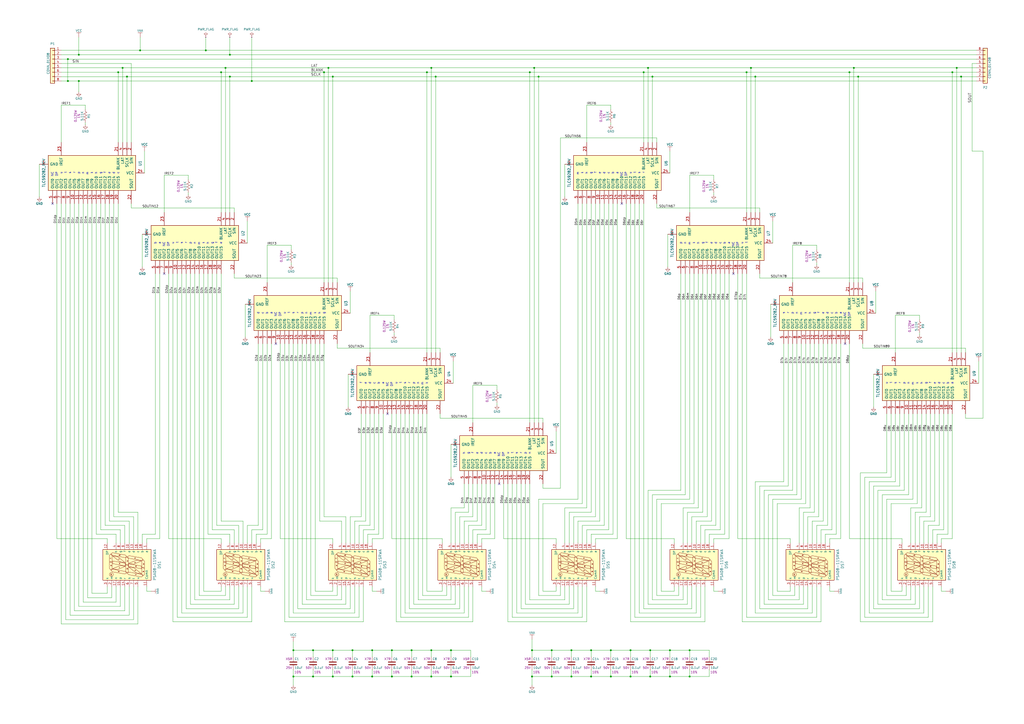
<source format=kicad_sch>
(kicad_sch (version 20231120) (generator "eeschema") (generator_version "8.0")
  (paper "A2")
  (title_block (title "8 Digit 16-Segment Display") (date "2025-01-27") (rev "v1.1.0"))
  (junction (at 365.76 392.43))
  (junction (at 238.76 392.43))
  (junction (at 261.62 392.43))
  (junction (at 307.34 41.91))
  (junction (at 309.88 39.37))
  (junction (at 170.18 392.43))
  (junction (at 331.47 377.19))
  (junction (at 247.65 41.91))
  (junction (at 227.33 377.19))
  (junction (at 331.47 392.43))
  (junction (at 193.04 392.43))
  (junction (at 320.04 377.19))
  (junction (at 377.19 392.43))
  (junction (at 377.19 377.19))
  (junction (at 250.19 377.19))
  (junction (at 250.19 392.43))
  (junction (at 73.66 44.45))
  (junction (at 238.76 377.19))
  (junction (at 227.33 392.43))
  (junction (at 438.15 44.45))
  (junction (at 552.45 41.91))
  (junction (at 497.84 44.45))
  (junction (at 252.73 44.45))
  (junction (at 378.46 44.45))
  (junction (at 435.61 39.37))
  (junction (at 181.61 377.19))
  (junction (at 388.62 377.19))
  (junction (at 308.61 392.43))
  (junction (at 215.9 377.19))
  (junction (at 81.28 29.21))
  (junction (at 312.42 44.45))
  (junction (at 133.35 31.75))
  (junction (at 375.92 39.37))
  (junction (at 45.72 31.75))
  (junction (at 354.33 392.43))
  (junction (at 320.04 392.43))
  (junction (at 187.96 41.91))
  (junction (at 193.04 44.45))
  (junction (at 365.76 377.19))
  (junction (at 190.5 39.37))
  (junction (at 261.62 377.19))
  (junction (at 71.12 39.37))
  (junction (at 68.58 41.91))
  (junction (at 342.9 377.19))
  (junction (at 433.07 41.91))
  (junction (at 45.72 46.99))
  (junction (at 400.05 377.19))
  (junction (at 342.9 392.43))
  (junction (at 204.47 377.19))
  (junction (at 128.27 41.91))
  (junction (at 373.38 41.91))
  (junction (at 39.37 34.29))
  (junction (at 250.19 39.37))
  (junction (at 170.18 377.19))
  (junction (at 39.37 46.99))
  (junction (at 308.61 377.19))
  (junction (at 557.53 44.45))
  (junction (at 181.61 392.43))
  (junction (at 119.38 29.21))
  (junction (at 388.62 392.43))
  (junction (at 354.33 377.19))
  (junction (at 492.76 41.91))
  (junction (at 400.05 392.43))
  (junction (at 204.47 392.43))
  (junction (at 193.04 377.19))
  (junction (at 133.35 44.45))
  (junction (at 130.81 39.37))
  (junction (at 495.3 39.37))
  (junction (at 554.99 39.37))
  (junction (at 146.05 46.99))
  (junction (at 215.9 392.43))
  (no_connect (at 160.02 199.39))
  (no_connect (at 425.45 158.75))
  (no_connect (at 360.68 118.11))
  (no_connect (at 490.22 199.39))
  (no_connect (at 95.25 158.75))
  (no_connect (at 224.79 240.03))
  (no_connect (at 30.48 118.11))
  (no_connect (at 289.56 280.67))
  (wire (pts (xy 483.87 342.9) (xy 481.33 342.9)))
  (wire (pts (xy 342.9 377.19) (xy 354.33 377.19)))
  (wire (pts (xy 255.27 201.93) (xy 255.27 204.47)))
  (wire (pts (xy 365.76 392.43) (xy 377.19 392.43)))
  (wire (pts (xy 195.58 201.93) (xy 255.27 201.93)))
  (wire (pts (xy 294.64 280.67) (xy 294.64 360.68)))
  (wire (pts (xy 345.44 312.42) (xy 358.14 312.42)))
  (wire (pts (xy 397.51 287.02) (xy 378.46 287.02)))
  (wire (pts (xy 400.05 101.6) (xy 400.05 123.19)))
  (wire (pts (xy 133.35 44.45) (xy 193.04 44.45)))
  (wire (pts (xy 271.78 304.8) (xy 271.78 314.96)))
  (wire (pts (xy 340.36 60.96) (xy 340.36 82.55)))
  (wire (pts (xy 266.7 353.06) (xy 237.49 353.06)))
  (wire (pts (xy 165.1 360.68) (xy 210.82 360.68)))
  (wire (pts (xy 135.89 307.34) (xy 123.19 307.34)))
  (wire (pts (xy 552.45 41.91) (xy 552.45 204.47)))
  (wire (pts (xy 261.62 392.43) (xy 261.62 388.62)))
  (wire (pts (xy 320.04 392.43) (xy 308.61 392.43)))
  (wire (pts (xy 400.05 392.43) (xy 411.48 392.43)))
  (wire (pts (xy 74.93 314.96) (xy 74.93 302.26)))
  (wire (pts (xy 499.11 360.68) (xy 541.02 360.68)))
  (wire (pts (xy 50.8 118.11) (xy 50.8 346.71)))
  (wire (pts (xy 181.61 377.19) (xy 181.61 381)))
  (wire (pts (xy 205.74 314.96) (xy 205.74 302.26)))
  (wire (pts (xy 438.15 123.19) (xy 438.15 44.45)))
  (wire (pts (xy 508 168.91) (xy 508 181.61)))
  (wire (pts (xy 135.89 350.52) (xy 135.89 340.36)))
  (wire (pts (xy 322.58 312.42) (xy 322.58 314.96)))
  (wire (pts (xy 549.91 309.88) (xy 549.91 240.03)))
  (wire (pts (xy 481.33 312.42) (xy 481.33 314.96)))
  (wire (pts (xy 217.17 307.34) (xy 210.82 307.34)))
  (wire (pts (xy 525.78 345.44) (xy 514.35 345.44)))
  (wire (pts (xy 393.7 345.44) (xy 381 345.44)))
  (wire (pts (xy 152.4 199.39) (xy 152.4 307.34)))
  (wire (pts (xy 200.66 299.72) (xy 200.66 314.96)))
  (wire (pts (xy 420.37 158.75) (xy 420.37 309.88)))
  (wire (pts (xy 533.4 182.88) (xy 533.4 185.42)))
  (wire (pts (xy 177.8 199.39) (xy 177.8 347.98)))
  (wire (pts (xy 461.01 345.44) (xy 461.01 340.36)))
  (wire (pts (xy 135.89 120.65) (xy 135.89 123.19)))
  (wire (pts (xy 269.24 294.64) (xy 261.62 294.64)))
  (wire (pts (xy 80.01 340.36) (xy 80.01 361.95)))
  (wire (pts (xy 471.17 355.6) (xy 471.17 340.36)))
  (wire (pts (xy 353.06 307.34) (xy 340.36 307.34)))
  (wire (pts (xy 347.98 118.11) (xy 347.98 302.26)))
  (wire (pts (xy 337.82 304.8) (xy 350.52 304.8)))
  (wire (pts (xy 204.47 377.19) (xy 204.47 381)))
  (wire (pts (xy 74.93 340.36) (xy 74.93 356.87)))
  (wire (pts (xy 454.66 199.39) (xy 454.66 279.4)))
  (wire (pts (xy 497.84 44.45) (xy 557.53 44.45)))
  (wire (pts (xy 501.65 358.14) (xy 501.65 276.86)))
  (wire (pts (xy 448.31 128.27) (xy 448.31 140.97)))
  (wire (pts (xy 214.63 182.88) (xy 214.63 204.47)))
  (wire (pts (xy 43.18 354.33) (xy 72.39 354.33)))
  (wire (pts (xy 133.35 21.59) (xy 133.35 31.75)))
  (wire (pts (xy 462.28 287.02) (xy 462.28 199.39)))
  (wire (pts (xy 128.27 342.9) (xy 128.27 340.36)))
  (wire (pts (xy 370.84 118.11) (xy 370.84 355.6)))
  (wire (pts (xy 39.37 34.29) (xy 39.37 46.99)))
  (wire (pts (xy 320.04 388.62) (xy 320.04 392.43)))
  (wire (pts (xy 373.38 118.11) (xy 373.38 353.06)))
  (wire (pts (xy 229.87 360.68) (xy 274.32 360.68)))
  (wire (pts (xy 193.04 377.19) (xy 204.47 377.19)))
  (wire (pts (xy 140.97 302.26) (xy 128.27 302.26)))
  (wire (pts (xy 354.33 71.12) (xy 354.33 72.39)))
  (wire (pts (xy 217.17 307.34) (xy 217.17 240.03)))
  (wire (pts (xy 190.5 39.37) (xy 250.19 39.37)))
  (wire (pts (xy 39.37 46.99) (xy 45.72 46.99)))
  (wire (pts (xy 170.18 355.6) (xy 205.74 355.6)))
  (wire (pts (xy 240.03 240.03) (xy 240.03 350.52)))
  (wire (pts (xy 391.16 312.42) (xy 391.16 314.96)))
  (wire (pts (xy 181.61 377.19) (xy 193.04 377.19)))
  (wire (pts (xy 354.33 392.43) (xy 354.33 388.62)))
  (wire (pts (xy 377.19 377.19) (xy 388.62 377.19)))
  (wire (pts (xy 500.38 201.93) (xy 560.07 201.93)))
  (wire (pts (xy 279.4 342.9) (xy 279.4 340.36)))
  (wire (pts (xy 509.27 284.48) (xy 509.27 350.52)))
  (wire (pts (xy 100.33 360.68) (xy 146.05 360.68)))
  (wire (pts (xy 538.48 304.8) (xy 538.48 314.96)))
  (wire (pts (xy 443.23 350.52) (xy 466.09 350.52)))
  (wire (pts (xy 276.86 314.96) (xy 276.86 309.88)))
  (wire (pts (xy 271.78 280.67) (xy 271.78 297.18)))
  (wire (pts (xy 378.46 44.45) (xy 438.15 44.45)))
  (wire (pts (xy 45.72 351.79) (xy 69.85 351.79)))
  (wire (pts (xy 533.4 193.04) (xy 533.4 194.31)))
  (wire (pts (xy 50.8 346.71) (xy 64.77 346.71)))
  (wire (pts (xy 514.35 289.56) (xy 529.59 289.56)))
  (wire (pts (xy 312.42 245.11) (xy 312.42 44.45)))
  (wire (pts (xy 170.18 377.19) (xy 181.61 377.19)))
  (wire (pts (xy 396.24 294.64) (xy 396.24 314.96)))
  (wire (pts (xy 354.33 60.96) (xy 354.33 63.5)))
  (wire (pts (xy 492.76 199.39) (xy 492.76 312.42)))
  (wire (pts (xy 314.96 342.9) (xy 322.58 342.9)))
  (wire (pts (xy 492.76 312.42) (xy 523.24 312.42)))
  (wire (pts (xy 377.19 392.43) (xy 388.62 392.43)))
  (wire (pts (xy 524.51 284.48) (xy 509.27 284.48)))
  (wire (pts (xy 476.25 360.68) (xy 476.25 340.36)))
  (wire (pts (xy 466.09 297.18) (xy 466.09 314.96)))
  (wire (pts (xy 340.36 307.34) (xy 340.36 314.96)))
  (wire (pts (xy 187.96 163.83) (xy 187.96 41.91)))
  (wire (pts (xy 529.59 289.56) (xy 529.59 240.03)))
  (wire (pts (xy 288.29 233.68) (xy 288.29 234.95)))
  (wire (pts (xy 247.65 342.9) (xy 256.54 342.9)))
  (wire (pts (xy 151.13 340.36) (xy 151.13 342.9)))
  (wire (pts (xy 205.74 355.6) (xy 205.74 340.36)))
  (wire (pts (xy 266.7 299.72) (xy 274.32 299.72)))
  (wire (pts (xy 378.46 347.98) (xy 396.24 347.98)))
  (wire (pts (xy 203.2 340.36) (xy 203.2 353.06)))
  (wire (pts (xy 227.33 377.19) (xy 238.76 377.19)))
  (wire (pts (xy 414.02 312.42) (xy 414.02 314.96)))
  (wire (pts (xy 200.66 350.52) (xy 200.66 340.36)))
  (wire (pts (xy 440.69 281.94) (xy 457.2 281.94)))
  (wire (pts (xy 143.51 358.14) (xy 102.87 358.14)))
  (wire (pts (xy 182.88 199.39) (xy 182.88 342.9)))
  (wire (pts (xy 563.88 36.83) (xy 563.88 87.63)))
  (wire (pts (xy 261.62 347.98) (xy 242.57 347.98)))
  (wire (pts (xy 307.34 347.98) (xy 327.66 347.98)))
  (wire (pts (xy 516.89 342.9) (xy 523.24 342.9)))
  (wire (pts (xy 325.12 80.01) (xy 325.12 283.21)))
  (wire (pts (xy 261.62 377.19) (xy 261.62 381)))
  (wire (pts (xy 325.12 80.01) (xy 381 80.01)))
  (wire (pts (xy 69.85 314.96) (xy 69.85 307.34)))
  (wire (pts (xy 67.31 309.88) (xy 67.31 314.96)))
  (wire (pts (xy 337.82 358.14) (xy 337.82 340.36)))
  (wire (pts (xy 414.02 101.6) (xy 414.02 104.14)))
  (wire (pts (xy 415.29 304.8) (xy 415.29 158.75)))
  (wire (pts (xy 133.35 123.19) (xy 133.35 44.45)))
  (wire (pts (xy 250.19 377.19) (xy 250.19 381)))
  (wire (pts (xy 43.18 118.11) (xy 43.18 354.33)))
  (wire (pts (xy 201.93 217.17) (xy 201.93 236.22)))
  (wire (pts (xy 68.58 297.18) (xy 80.01 297.18)))
  (wire (pts (xy 375.92 82.55) (xy 375.92 39.37)))
  (wire (pts (xy 187.96 199.39) (xy 187.96 299.72)))
  (wire (pts (xy 135.89 158.75) (xy 135.89 161.29)))
  (wire (pts (xy 342.9 118.11) (xy 342.9 297.18)))
  (wire (pts (xy 274.32 223.52) (xy 274.32 245.11)))
  (wire (pts (xy 383.54 342.9) (xy 391.16 342.9)))
  (wire (pts (xy 74.93 302.26) (xy 63.5 302.26)))
  (wire (pts (xy 430.53 360.68) (xy 476.25 360.68)))
  (wire (pts (xy 378.46 287.02) (xy 378.46 347.98)))
  (wire (pts (xy 548.64 342.9) (xy 546.1 342.9)))
  (wire (pts (xy 292.1 312.42) (xy 322.58 312.42)))
  (wire (pts (xy 472.44 199.39) (xy 472.44 297.18)))
  (wire (pts (xy 255.27 242.57) (xy 314.96 242.57)))
  (wire (pts (xy 269.24 302.26) (xy 269.24 314.96)))
  (wire (pts (xy 342.9 377.19) (xy 342.9 381)))
  (wire (pts (xy 143.51 304.8) (xy 149.86 304.8)))
  (wire (pts (xy 480.06 304.8) (xy 473.71 304.8)))
  (wire (pts (xy 330.2 340.36) (xy 330.2 350.52)))
  (wire (pts (xy 49.53 71.12) (xy 49.53 72.39)))
  (wire (pts (xy 69.85 307.34) (xy 58.42 307.34)))
  (wire (pts (xy 261.62 340.36) (xy 261.62 347.98)))
  (wire (pts (xy 388.62 392.43) (xy 400.05 392.43)))
  (wire (pts (xy 327.66 95.25) (xy 327.66 114.3)))
  (wire (pts (xy 570.23 87.63) (xy 570.23 242.57)))
  (wire (pts (xy 335.28 355.6) (xy 299.72 355.6)))
  (wire (pts (xy 544.83 304.8) (xy 544.83 240.03)))
  (wire (pts (xy 471.17 302.26) (xy 471.17 314.96)))
  (wire (pts (xy 537.21 240.03) (xy 537.21 297.18)))
  (wire (pts (xy 466.09 350.52) (xy 466.09 340.36)))
  (wire (pts (xy 459.74 284.48) (xy 443.23 284.48)))
  (wire (pts (xy 255.27 240.03) (xy 255.27 242.57)))
  (wire (pts (xy 35.56 60.96) (xy 35.56 82.55)))
  (wire (pts (xy 269.24 280.67) (xy 269.24 294.64)))
  (wire (pts (xy 331.47 377.19) (xy 342.9 377.19)))
  (wire (pts (xy 354.33 392.43) (xy 365.76 392.43)))
  (wire (pts (xy 340.36 294.64) (xy 340.36 118.11)))
  (wire (pts (xy 378.46 82.55) (xy 378.46 44.45)))
  (wire (pts (xy 227.33 392.43) (xy 227.33 388.62)))
  (wire (pts (xy 266.7 314.96) (xy 266.7 299.72)))
  (wire (pts (xy 388.62 377.19) (xy 388.62 381)))
  (wire (pts (xy 411.48 377.19) (xy 400.05 377.19)))
  (wire (pts (xy 193.04 342.9) (xy 193.04 340.36)))
  (wire (pts (xy 412.75 302.26) (xy 412.75 158.75)))
  (wire (pts (xy 407.67 297.18) (xy 398.78 297.18)))
  (wire (pts (xy 514.35 345.44) (xy 514.35 289.56)))
  (wire (pts (xy 45.72 118.11) (xy 45.72 351.79)))
  (wire (pts (xy 48.26 118.11) (xy 48.26 349.25)))
  (wire (pts (xy 480.06 199.39) (xy 480.06 304.8)))
  (wire (pts (xy 440.69 120.65) (xy 440.69 123.19)))
  (wire (pts (xy 497.84 163.83) (xy 497.84 44.45)))
  (wire (pts (xy 45.72 21.59) (xy 45.72 31.75)))
  (wire (pts (xy 256.54 342.9) (xy 256.54 340.36)))
  (wire (pts (xy 214.63 304.8) (xy 208.28 304.8)))
  (wire (pts (xy 214.63 240.03) (xy 214.63 304.8)))
  (wire (pts (xy 69.85 340.36) (xy 69.85 351.79)))
  (wire (pts (xy 193.04 314.96) (xy 193.04 312.42)))
  (wire (pts (xy 40.64 118.11) (xy 40.64 356.87)))
  (wire (pts (xy 53.34 118.11) (xy 53.34 344.17)))
  (wire (pts (xy 340.36 360.68) (xy 294.64 360.68)))
  (wire (pts (xy 487.68 312.42) (xy 481.33 312.42)))
  (wire (pts (xy 509.27 350.52) (xy 530.86 350.52)))
  (wire (pts (xy 90.17 309.88) (xy 82.55 309.88)))
  (wire (pts (xy 403.86 314.96) (xy 403.86 302.26)))
  (wire (pts (xy 92.71 158.75) (xy 92.71 312.42)))
  (wire (pts (xy 279.4 280.67) (xy 279.4 304.8)))
  (wire (pts (xy 276.86 309.88) (xy 284.48 309.88)))
  (wire (pts (xy 542.29 302.26) (xy 535.94 302.26)))
  (wire (pts (xy 544.83 304.8) (xy 538.48 304.8)))
  (wire (pts (xy 523.24 342.9) (xy 523.24 340.36)))
  (wire (pts (xy 309.88 245.11) (xy 309.88 39.37)))
  (wire (pts (xy 459.74 142.24) (xy 459.74 163.83)))
  (wire (pts (xy 109.22 101.6) (xy 109.22 104.14)))
  (wire (pts (xy 373.38 353.06) (xy 401.32 353.06)))
  (wire (pts (xy 182.88 342.9) (xy 193.04 342.9)))
  (wire (pts (xy 269.24 355.6) (xy 269.24 340.36)))
  (wire (pts (xy 468.63 340.36) (xy 468.63 353.06)))
  (wire (pts (xy 261.62 294.64) (xy 261.62 314.96)))
  (wire (pts (xy 219.71 309.88) (xy 219.71 240.03)))
  (wire (pts (xy 501.65 276.86) (xy 516.89 276.86)))
  (wire (pts (xy 133.35 31.75) (xy 566.42 31.75)))
  (wire (pts (xy 49.53 60.96) (xy 49.53 63.5)))
  (wire (pts (xy 218.44 342.9) (xy 215.9 342.9)))
  (wire (pts (xy 422.91 312.42) (xy 422.91 158.75)))
  (wire (pts (xy 365.76 118.11) (xy 365.76 360.68)))
  (wire (pts (xy 204.47 377.19) (xy 215.9 377.19)))
  (wire (pts (xy 533.4 299.72) (xy 533.4 314.96)))
  (wire (pts (xy 227.33 377.19) (xy 227.33 381)))
  (wire (pts (xy 120.65 309.88) (xy 133.35 309.88)))
  (wire (pts (xy 560.07 201.93) (xy 560.07 204.47)))
  (wire (pts (xy 447.04 176.53) (xy 447.04 195.58)))
  (wire (pts (xy 146.05 314.96) (xy 146.05 307.34)))
  (wire (pts (xy 474.98 199.39) (xy 474.98 299.72)))
  (wire (pts (xy 354.33 60.96) (xy 340.36 60.96)))
  (wire (pts (xy 327.66 294.64) (xy 340.36 294.64)))
  (wire (pts (xy 113.03 158.75) (xy 113.03 347.98)))
  (wire (pts (xy 238.76 392.43) (xy 238.76 388.62)))
  (wire (pts (xy 355.6 309.88) (xy 355.6 118.11)))
  (wire (pts (xy 170.18 372.11) (xy 170.18 377.19)))
  (wire (pts (xy 58.42 307.34) (xy 58.42 118.11)))
  (wire (pts (xy 541.02 307.34) (xy 541.02 314.96)))
  (wire (pts (xy 252.73 44.45) (xy 312.42 44.45)))
  (wire (pts (xy 542.29 240.03) (xy 542.29 302.26)))
  (wire (pts (xy 304.8 280.67) (xy 304.8 350.52)))
  (wire (pts (xy 119.38 21.59) (xy 119.38 29.21)))
  (wire (pts (xy 203.2 168.91) (xy 203.2 181.61)))
  (wire (pts (xy 185.42 302.26) (xy 198.12 302.26)))
  (wire (pts (xy 368.3 118.11) (xy 368.3 358.14)))
  (wire (pts (xy 135.89 161.29) (xy 195.58 161.29)))
  (wire (pts (xy 102.87 158.75) (xy 102.87 358.14)))
  (wire (pts (xy 142.24 176.53) (xy 142.24 195.58)))
  (wire (pts (xy 119.38 29.21) (xy 566.42 29.21)))
  (wire (pts (xy 72.39 354.33) (xy 72.39 340.36)))
  (wire (pts (xy 168.91 152.4) (xy 168.91 153.67)))
  (wire (pts (xy 337.82 292.1) (xy 314.96 292.1)))
  (wire (pts (xy 408.94 360.68) (xy 365.76 360.68)))
  (wire (pts (xy 123.19 307.34) (xy 123.19 158.75)))
  (wire (pts (xy 482.6 307.34) (xy 476.25 307.34)))
  (wire (pts (xy 535.94 302.26) (xy 535.94 314.96)))
  (wire (pts (xy 368.3 358.14) (xy 406.4 358.14)))
  (wire (pts (xy 335.28 302.26) (xy 335.28 314.96)))
  (wire (pts (xy 308.61 392.43) (xy 308.61 397.51)))
  (wire (pts (xy 398.78 297.18) (xy 398.78 314.96)))
  (wire (pts (xy 234.95 355.6) (xy 269.24 355.6)))
  (wire (pts (xy 60.96 304.8) (xy 72.39 304.8)))
  (wire (pts (xy 146.05 21.59) (xy 146.05 46.99)))
  (wire (pts (xy 228.6 182.88) (xy 228.6 185.42)))
  (wire (pts (xy 250.19 39.37) (xy 309.88 39.37)))
  (wire (pts (xy 516.89 292.1) (xy 516.89 342.9)))
  (wire (pts (xy 533.4 340.36) (xy 533.4 353.06)))
  (wire (pts (xy 170.18 392.43) (xy 170.18 397.51)))
  (wire (pts (xy 193.04 392.43) (xy 193.04 388.62)))
  (wire (pts (xy 335.28 289.56) (xy 312.42 289.56)))
  (wire (pts (xy 193.04 377.19) (xy 193.04 381)))
  (wire (pts (xy 261.62 257.81) (xy 261.62 276.86)))
  (wire (pts (xy 228.6 193.04) (xy 228.6 194.31)))
  (wire (pts (xy 76.2 82.55) (xy 76.2 36.83)))
  (wire (pts (xy 438.15 355.6) (xy 471.17 355.6)))
  (wire (pts (xy 469.9 199.39) (xy 469.9 294.64)))
  (wire (pts (xy 222.25 312.42) (xy 215.9 312.42)))
  (wire (pts (xy 537.21 297.18) (xy 530.86 297.18)))
  (wire (pts (xy 402.59 158.75) (xy 402.59 292.1)))
  (wire (pts (xy 264.16 297.18) (xy 264.16 314.96)))
  (wire (pts (xy 247.65 41.91) (xy 307.34 41.91)))
  (wire (pts (xy 342.9 297.18) (xy 330.2 297.18)))
  (wire (pts (xy 400.05 377.19) (xy 400.05 381)))
  (wire (pts (xy 308.61 388.62) (xy 308.61 392.43)))
  (wire (pts (xy 381 80.01) (xy 381 82.55)))
  (wire (pts (xy 49.53 60.96) (xy 35.56 60.96)))
  (wire (pts (xy 187.96 299.72) (xy 200.66 299.72)))
  (wire (pts (xy 500.38 161.29) (xy 500.38 163.83)))
  (wire (pts (xy 504.19 355.6) (xy 535.94 355.6)))
  (wire (pts (xy 72.39 304.8) (xy 72.39 314.96)))
  (wire (pts (xy 227.33 392.43) (xy 238.76 392.43)))
  (wire (pts (xy 549.91 309.88) (xy 543.56 309.88)))
  (wire (pts (xy 467.36 199.39) (xy 467.36 292.1)))
  (wire (pts (xy 464.82 199.39) (xy 464.82 289.56)))
  (wire (pts (xy 308.61 377.19) (xy 308.61 381)))
  (wire (pts (xy 373.38 41.91) (xy 433.07 41.91)))
  (wire (pts (xy 492.76 41.91) (xy 492.76 163.83)))
  (wire (pts (xy 115.57 158.75) (xy 115.57 345.44)))
  (wire (pts (xy 337.82 118.11) (xy 337.82 292.1)))
  (wire (pts (xy 273.05 377.19) (xy 273.05 381)))
  (wire (pts (xy 215.9 392.43) (xy 215.9 388.62)))
  (wire (pts (xy 412.75 302.26) (xy 403.86 302.26)))
  (wire (pts (xy 35.56 29.21) (xy 81.28 29.21)))
  (wire (pts (xy 552.45 41.91) (xy 566.42 41.91)))
  (wire (pts (xy 325.12 345.44) (xy 325.12 340.36)))
  (wire (pts (xy 552.45 240.03) (xy 552.45 312.42)))
  (wire (pts (xy 433.07 158.75) (xy 433.07 358.14)))
  (wire (pts (xy 115.57 345.44) (xy 130.81 345.44)))
  (wire (pts (xy 477.52 199.39) (xy 477.52 302.26)))
  (wire (pts (xy 302.26 280.67) (xy 302.26 353.06)))
  (wire (pts (xy 381 289.56) (xy 400.05 289.56)))
  (wire (pts (xy 554.99 39.37) (xy 566.42 39.37)))
  (wire (pts (xy 560.07 242.57) (xy 560.07 240.03)))
  (wire (pts (xy 533.4 353.06) (xy 506.73 353.06)))
  (wire (pts (xy 530.86 350.52) (xy 530.86 340.36)))
  (wire (pts (xy 33.02 312.42) (xy 62.23 312.42)))
  (wire (pts (xy 397.51 158.75) (xy 397.51 287.02)))
  (wire (pts (xy 381 345.44) (xy 381 289.56)))
  (wire (pts (xy 238.76 392.43) (xy 250.19 392.43)))
  (wire (pts (xy 474.98 299.72) (xy 468.63 299.72)))
  (wire (pts (xy 476.25 307.34) (xy 476.25 314.96)))
  (wire (pts (xy 570.23 87.63) (xy 563.88 87.63)))
  (wire (pts (xy 524.51 240.03) (xy 524.51 284.48)))
  (wire (pts (xy 90.17 158.75) (xy 90.17 309.88)))
  (wire (pts (xy 478.79 309.88) (xy 478.79 314.96)))
  (wire (pts (xy 35.56 36.83) (xy 76.2 36.83)))
  (wire (pts (xy 477.52 302.26) (xy 471.17 302.26)))
  (wire (pts (xy 473.71 152.4) (xy 473.71 153.67)))
  (wire (pts (xy 271.78 297.18) (xy 264.16 297.18)))
  (wire (pts (xy 440.69 353.06) (xy 440.69 281.94)))
  (wire (pts (xy 539.75 299.72) (xy 533.4 299.72)))
  (wire (pts (xy 288.29 223.52) (xy 274.32 223.52)))
  (wire (pts (xy 128.27 123.19) (xy 128.27 41.91)))
  (wire (pts (xy 181.61 392.43) (xy 193.04 392.43)))
  (wire (pts (xy 68.58 118.11) (xy 68.58 297.18)))
  (wire (pts (xy 66.04 299.72) (xy 77.47 299.72)))
  (wire (pts (xy 299.72 280.67) (xy 299.72 355.6)))
  (wire (pts (xy 347.98 302.26) (xy 335.28 302.26)))
  (wire (pts (xy 83.82 87.63) (xy 83.82 100.33)))
  (wire (pts (xy 337.82 314.96) (xy 337.82 304.8)))
  (wire (pts (xy 473.71 304.8) (xy 473.71 314.96)))
  (wire (pts (xy 35.56 361.95) (xy 80.01 361.95)))
  (wire (pts (xy 297.18 280.67) (xy 297.18 358.14)))
  (wire (pts (xy 247.65 204.47) (xy 247.65 41.91)))
  (wire (pts (xy 411.48 377.19) (xy 411.48 381)))
  (wire (pts (xy 458.47 342.9) (xy 458.47 340.36)))
  (wire (pts (xy 408.94 340.36) (xy 408.94 360.68)))
  (wire (pts (xy 40.64 356.87) (xy 74.93 356.87)))
  (wire (pts (xy 482.6 199.39) (xy 482.6 307.34)))
  (wire (pts (xy 393.7 340.36) (xy 393.7 345.44)))
  (wire (pts (xy 143.51 128.27) (xy 143.51 140.97)))
  (wire (pts (xy 570.23 242.57) (xy 560.07 242.57)))
  (wire (pts (xy 373.38 41.91) (xy 373.38 82.55)))
  (wire (pts (xy 354.33 377.19) (xy 365.76 377.19)))
  (wire (pts (xy 259.08 345.44) (xy 259.08 340.36)))
  (wire (pts (xy 97.79 158.75) (xy 97.79 312.42)))
  (wire (pts (xy 546.1 312.42) (xy 546.1 314.96)))
  (wire (pts (xy 401.32 353.06) (xy 401.32 340.36)))
  (wire (pts (xy 353.06 118.11) (xy 353.06 307.34)))
  (wire (pts (xy 35.56 31.75) (xy 45.72 31.75)))
  (wire (pts (xy 284.48 309.88) (xy 284.48 280.67)))
  (wire (pts (xy 165.1 199.39) (xy 165.1 360.68)))
  (wire (pts (xy 307.34 280.67) (xy 307.34 347.98)))
  (wire (pts (xy 204.47 392.43) (xy 204.47 388.62)))
  (wire (pts (xy 146.05 360.68) (xy 146.05 340.36)))
  (wire (pts (xy 143.51 304.8) (xy 143.51 314.96)))
  (wire (pts (xy 149.86 304.8) (xy 149.86 199.39)))
  (wire (pts (xy 292.1 280.67) (xy 292.1 312.42)))
  (wire (pts (xy 181.61 392.43) (xy 181.61 388.62)))
  (wire (pts (xy 433.07 41.91) (xy 492.76 41.91)))
  (wire (pts (xy 414.02 342.9) (xy 414.02 340.36)))
  (wire (pts (xy 76.2 120.65) (xy 135.89 120.65)))
  (wire (pts (xy 314.96 280.67) (xy 314.96 283.21)))
  (wire (pts (xy 467.36 292.1) (xy 450.85 292.1)))
  (wire (pts (xy 438.15 44.45) (xy 497.84 44.45)))
  (wire (pts (xy 234.95 240.03) (xy 234.95 355.6)))
  (wire (pts (xy 377.19 392.43) (xy 377.19 388.62)))
  (wire (pts (xy 193.04 392.43) (xy 204.47 392.43)))
  (wire (pts (xy 274.32 307.34) (xy 274.32 314.96)))
  (wire (pts (xy 212.09 302.26) (xy 212.09 240.03)))
  (wire (pts (xy 45.72 31.75) (xy 133.35 31.75)))
  (wire (pts (xy 322.58 250.19) (xy 322.58 262.89)))
  (wire (pts (xy 39.37 34.29) (xy 566.42 34.29)))
  (wire (pts (xy 77.47 359.41) (xy 77.47 340.36)))
  (wire (pts (xy 448.31 345.44) (xy 461.01 345.44)))
  (wire (pts (xy 514.35 240.03) (xy 514.35 274.32)))
  (wire (pts (xy 187.96 41.91) (xy 247.65 41.91)))
  (wire (pts (xy 180.34 345.44) (xy 195.58 345.44)))
  (wire (pts (xy 468.63 299.72) (xy 468.63 314.96)))
  (wire (pts (xy 405.13 294.64) (xy 396.24 294.64)))
  (wire (pts (xy 381 120.65) (xy 440.69 120.65)))
  (wire (pts (xy 168.91 142.24) (xy 168.91 144.78)))
  (wire (pts (xy 422.91 312.42) (xy 414.02 312.42)))
  (wire (pts (xy 250.19 204.47) (xy 250.19 39.37)))
  (wire (pts (xy 204.47 392.43) (xy 215.9 392.43)))
  (wire (pts (xy 450.85 342.9) (xy 458.47 342.9)))
  (wire (pts (xy 445.77 287.02) (xy 462.28 287.02)))
  (wire (pts (xy 215.9 312.42) (xy 215.9 314.96)))
  (wire (pts (xy 45.72 46.99) (xy 146.05 46.99)))
  (wire (pts (xy 203.2 299.72) (xy 203.2 314.96)))
  (wire (pts (xy 499.11 274.32) (xy 499.11 360.68)))
  (wire (pts (xy 331.47 392.43) (xy 331.47 388.62)))
  (wire (pts (xy 320.04 377.19) (xy 331.47 377.19)))
  (wire (pts (xy 538.48 340.36) (xy 538.48 358.14)))
  (wire (pts (xy 435.61 39.37) (xy 495.3 39.37)))
  (wire (pts (xy 209.55 240.03) (xy 209.55 299.72)))
  (wire (pts (xy 464.82 289.56) (xy 448.31 289.56)))
  (wire (pts (xy 407.67 297.18) (xy 407.67 158.75)))
  (wire (pts (xy 287.02 280.67) (xy 287.02 312.42)))
  (wire (pts (xy 327.66 314.96) (xy 327.66 294.64)))
  (wire (pts (xy 533.4 182.88) (xy 519.43 182.88)))
  (wire (pts (xy 198.12 347.98) (xy 177.8 347.98)))
  (wire (pts (xy 48.26 349.25) (xy 67.31 349.25)))
  (wire (pts (xy 528.32 347.98) (xy 528.32 340.36)))
  (wire (pts (xy 71.12 39.37) (xy 130.81 39.37)))
  (wire (pts (xy 541.02 360.68) (xy 541.02 340.36)))
  (wire (pts (xy 342.9 392.43) (xy 342.9 388.62)))
  (wire (pts (xy 495.3 39.37) (xy 554.99 39.37)))
  (wire (pts (xy 87.63 342.9) (xy 85.09 342.9)))
  (wire (pts (xy 347.98 342.9) (xy 345.44 342.9)))
  (wire (pts (xy 383.54 292.1) (xy 383.54 342.9)))
  (wire (pts (xy 152.4 307.34) (xy 146.05 307.34)))
  (wire (pts (xy 215.9 377.19) (xy 215.9 381)))
  (wire (pts (xy 473.71 142.24) (xy 459.74 142.24)))
  (wire (pts (xy 252.73 204.47) (xy 252.73 44.45)))
  (wire (pts (xy 264.16 350.52) (xy 264.16 340.36)))
  (wire (pts (xy 521.97 281.94) (xy 521.97 240.03)))
  (wire (pts (xy 552.45 312.42) (xy 546.1 312.42)))
  (wire (pts (xy 543.56 309.88) (xy 543.56 314.96)))
  (wire (pts (xy 375.92 284.48) (xy 394.97 284.48)))
  (wire (pts (xy 261.62 377.19) (xy 273.05 377.19)))
  (wire (pts (xy 212.09 302.26) (xy 205.74 302.26)))
  (wire (pts (xy 528.32 294.64) (xy 528.32 314.96)))
  (wire (pts (xy 130.81 345.44) (xy 130.81 340.36)))
  (wire (pts (xy 250.19 392.43) (xy 261.62 392.43)))
  (wire (pts (xy 504.19 279.4) (xy 504.19 355.6)))
  (wire (pts (xy 396.24 347.98) (xy 396.24 340.36)))
  (wire (pts (xy 388.62 377.19) (xy 400.05 377.19)))
  (wire (pts (xy 527.05 287.02) (xy 511.81 287.02)))
  (wire (pts (xy 170.18 377.19) (xy 170.18 381)))
  (wire (pts (xy 38.1 359.41) (xy 77.47 359.41)))
  (wire (pts (xy 110.49 158.75) (xy 110.49 350.52)))
  (wire (pts (xy 312.42 345.44) (xy 325.12 345.44)))
  (wire (pts (xy 416.56 342.9) (xy 414.02 342.9)))
  (wire (pts (xy 118.11 342.9) (xy 128.27 342.9)))
  (wire (pts (xy 45.72 46.99) (xy 45.72 53.34)))
  (wire (pts (xy 276.86 280.67) (xy 276.86 302.26)))
  (wire (pts (xy 107.95 158.75) (xy 107.95 353.06)))
  (wire (pts (xy 330.2 297.18) (xy 330.2 314.96)))
  (wire (pts (xy 438.15 279.4) (xy 438.15 355.6)))
  (wire (pts (xy 557.53 204.47) (xy 557.53 44.45)))
  (wire (pts (xy 82.55 135.89) (xy 82.55 154.94)))
  (wire (pts (xy 398.78 350.52) (xy 375.92 350.52)))
  (wire (pts (xy 340.36 340.36) (xy 340.36 360.68)))
  (wire (pts (xy 454.66 279.4) (xy 438.15 279.4)))
  (wire (pts (xy 375.92 39.37) (xy 435.61 39.37)))
  (wire (pts (xy 365.76 377.19) (xy 365.76 381)))
  (wire (pts (xy 387.35 135.89) (xy 387.35 154.94)))
  (wire (pts (xy 198.12 340.36) (xy 198.12 347.98)))
  (wire (pts (xy 261.62 392.43) (xy 273.05 392.43)))
  (wire (pts (xy 308.61 377.19) (xy 320.04 377.19)))
  (wire (pts (xy 130.81 123.19) (xy 130.81 39.37)))
  (wire (pts (xy 411.48 388.62) (xy 411.48 392.43)))
  (wire (pts (xy 516.89 276.86) (xy 516.89 240.03)))
  (wire (pts (xy 381 118.11) (xy 381 120.65)))
  (wire (pts (xy 82.55 309.88) (xy 82.55 314.96)))
  (wire (pts (xy 250.19 392.43) (xy 250.19 388.62)))
  (wire (pts (xy 125.73 158.75) (xy 125.73 304.8)))
  (wire (pts (xy 473.71 142.24) (xy 473.71 144.78)))
  (wire (pts (xy 435.61 123.19) (xy 435.61 39.37)))
  (wire (pts (xy 157.48 199.39) (xy 157.48 312.42)))
  (wire (pts (xy 242.57 240.03) (xy 242.57 347.98)))
  (wire (pts (xy 410.21 299.72) (xy 401.32 299.72)))
  (wire (pts (xy 238.76 377.19) (xy 250.19 377.19)))
  (wire (pts (xy 430.53 158.75) (xy 430.53 360.68)))
  (wire (pts (xy 358.14 118.11) (xy 358.14 312.42)))
  (wire (pts (xy 222.25 240.03) (xy 222.25 312.42)))
  (wire (pts (xy 403.86 355.6) (xy 370.84 355.6)))
  (wire (pts (xy 33.02 118.11) (xy 33.02 312.42)))
  (wire (pts (xy 63.5 302.26) (xy 63.5 118.11)))
  (wire (pts (xy 417.83 307.34) (xy 417.83 158.75)))
  (wire (pts (xy 215.9 377.19) (xy 227.33 377.19)))
  (wire (pts (xy 143.51 340.36) (xy 143.51 358.14)))
  (wire (pts (xy 180.34 199.39) (xy 180.34 345.44)))
  (wire (pts (xy 406.4 358.14) (xy 406.4 340.36)))
  (wire (pts (xy 525.78 340.36) (xy 525.78 345.44)))
  (wire (pts (xy 153.67 342.9) (xy 151.13 342.9)))
  (wire (pts (xy 463.55 347.98) (xy 445.77 347.98)))
  (wire (pts (xy 232.41 240.03) (xy 232.41 358.14)))
  (wire (pts (xy 81.28 29.21) (xy 119.38 29.21)))
  (wire (pts (xy 281.94 280.67) (xy 281.94 307.34)))
  (wire (pts (xy 133.35 309.88) (xy 133.35 314.96)))
  (wire (pts (xy 327.66 347.98) (xy 327.66 340.36)))
  (wire (pts (xy 546.1 342.9) (xy 546.1 340.36)))
  (wire (pts (xy 527.05 240.03) (xy 527.05 287.02)))
  (wire (pts (xy 312.42 44.45) (xy 378.46 44.45)))
  (wire (pts (xy 227.33 240.03) (xy 227.33 312.42)))
  (wire (pts (xy 215.9 342.9) (xy 215.9 340.36)))
  (wire (pts (xy 279.4 304.8) (xy 271.78 304.8)))
  (wire (pts (xy 228.6 182.88) (xy 214.63 182.88)))
  (wire (pts (xy 563.88 36.83) (xy 566.42 36.83)))
  (wire (pts (xy 162.56 312.42) (xy 162.56 199.39)))
  (wire (pts (xy 363.22 118.11) (xy 363.22 312.42)))
  (wire (pts (xy 229.87 240.03) (xy 229.87 360.68)))
  (wire (pts (xy 297.18 358.14) (xy 337.82 358.14)))
  (wire (pts (xy 469.9 294.64) (xy 463.55 294.64)))
  (wire (pts (xy 342.9 309.88) (xy 342.9 314.96)))
  (wire (pts (xy 73.66 44.45) (xy 133.35 44.45)))
  (wire (pts (xy 539.75 240.03) (xy 539.75 299.72)))
  (wire (pts (xy 495.3 163.83) (xy 495.3 39.37)))
  (wire (pts (xy 130.81 39.37) (xy 190.5 39.37)))
  (wire (pts (xy 97.79 312.42) (xy 128.27 312.42)))
  (wire (pts (xy 332.74 314.96) (xy 332.74 299.72)))
  (wire (pts (xy 320.04 377.19) (xy 320.04 381)))
  (wire (pts (xy 73.66 82.55) (xy 73.66 44.45)))
  (wire (pts (xy 38.1 118.11) (xy 38.1 359.41)))
  (wire (pts (xy 208.28 340.36) (xy 208.28 358.14)))
  (wire (pts (xy 345.44 314.96) (xy 345.44 312.42)))
  (wire (pts (xy 68.58 41.91) (xy 68.58 82.55)))
  (wire (pts (xy 35.56 118.11) (xy 35.56 361.95)))
  (wire (pts (xy 330.2 350.52) (xy 304.8 350.52)))
  (wire (pts (xy 274.32 360.68) (xy 274.32 340.36)))
  (wire (pts (xy 55.88 309.88) (xy 67.31 309.88)))
  (wire (pts (xy 195.58 201.93) (xy 195.58 199.39)))
  (wire (pts (xy 458.47 314.96) (xy 458.47 312.42)))
  (wire (pts (xy 440.69 161.29) (xy 500.38 161.29)))
  (wire (pts (xy 64.77 340.36) (xy 64.77 346.71)))
  (wire (pts (xy 547.37 240.03) (xy 547.37 307.34)))
  (wire (pts (xy 400.05 289.56) (xy 400.05 158.75)))
  (wire (pts (xy 332.74 353.06) (xy 332.74 340.36)))
  (wire (pts (xy 105.41 158.75) (xy 105.41 355.6)))
  (wire (pts (xy 208.28 358.14) (xy 167.64 358.14)))
  (wire (pts (xy 245.11 240.03) (xy 245.11 345.44)))
  (wire (pts (xy 554.99 204.47) (xy 554.99 39.37)))
  (wire (pts (xy 240.03 350.52) (xy 264.16 350.52)))
  (wire (pts (xy 85.09 342.9) (xy 85.09 340.36)))
  (wire (pts (xy 314.96 292.1) (xy 314.96 342.9)))
  (wire (pts (xy 406.4 304.8) (xy 406.4 314.96)))
  (wire (pts (xy 519.43 240.03) (xy 519.43 279.4)))
  (wire (pts (xy 417.83 307.34) (xy 408.94 307.34)))
  (wire (pts (xy 35.56 34.29) (xy 39.37 34.29)))
  (wire (pts (xy 485.14 199.39) (xy 485.14 309.88)))
  (wire (pts (xy 473.71 358.14) (xy 433.07 358.14)))
  (wire (pts (xy 266.7 340.36) (xy 266.7 353.06)))
  (wire (pts (xy 105.41 355.6) (xy 140.97 355.6)))
  (wire (pts (xy 60.96 118.11) (xy 60.96 304.8)))
  (wire (pts (xy 511.81 347.98) (xy 528.32 347.98)))
  (wire (pts (xy 175.26 350.52) (xy 200.66 350.52)))
  (wire (pts (xy 203.2 353.06) (xy 172.72 353.06)))
  (wire (pts (xy 128.27 41.91) (xy 187.96 41.91)))
  (wire (pts (xy 170.18 199.39) (xy 170.18 355.6)))
  (wire (pts (xy 354.33 377.19) (xy 354.33 381)))
  (wire (pts (xy 273.05 388.62) (xy 273.05 392.43)))
  (wire (pts (xy 459.74 199.39) (xy 459.74 284.48)))
  (wire (pts (xy 538.48 358.14) (xy 501.65 358.14)))
  (wire (pts (xy 440.69 158.75) (xy 440.69 161.29)))
  (wire (pts (xy 128.27 302.26) (xy 128.27 158.75)))
  (wire (pts (xy 210.82 314.96) (xy 210.82 307.34)))
  (wire (pts (xy 185.42 302.26) (xy 185.42 199.39)))
  (wire (pts (xy 492.76 41.91) (xy 552.45 41.91)))
  (wire (pts (xy 128.27 312.42) (xy 128.27 314.96)))
  (wire (pts (xy 35.56 39.37) (xy 71.12 39.37)))
  (wire (pts (xy 307.34 245.11) (xy 307.34 41.91)))
  (wire (pts (xy 403.86 340.36) (xy 403.86 355.6)))
  (wire (pts (xy 281.94 307.34) (xy 274.32 307.34)))
  (wire (pts (xy 140.97 355.6) (xy 140.97 340.36)))
  (wire (pts (xy 530.86 297.18) (xy 530.86 314.96)))
  (wire (pts (xy 302.26 353.06) (xy 332.74 353.06)))
  (wire (pts (xy 66.04 118.11) (xy 66.04 299.72)))
  (wire (pts (xy 468.63 353.06) (xy 440.69 353.06)))
  (wire (pts (xy 67.31 349.25) (xy 67.31 340.36)))
  (wire (pts (xy 514.35 274.32) (xy 499.11 274.32)))
  (wire (pts (xy 314.96 283.21) (xy 325.12 283.21)))
  (wire (pts (xy 414.02 101.6) (xy 400.05 101.6)))
  (wire (pts (xy 274.32 299.72) (xy 274.32 280.67)))
  (wire (pts (xy 308.61 370.84) (xy 308.61 377.19)))
  (wire (pts (xy 481.33 342.9) (xy 481.33 340.36)))
  (wire (pts (xy 511.81 287.02) (xy 511.81 347.98)))
  (wire (pts (xy 195.58 161.29) (xy 195.58 163.83)))
  (wire (pts (xy 53.34 344.17) (xy 62.23 344.17)))
  (wire (pts (xy 506.73 217.17) (xy 506.73 236.22)))
  (wire (pts (xy 109.22 101.6) (xy 95.25 101.6)))
  (wire (pts (xy 138.43 340.36) (xy 138.43 353.06)))
  (wire (pts (xy 457.2 281.94) (xy 457.2 199.39)))
  (wire (pts (xy 427.99 312.42) (xy 427.99 158.75)))
  (wire (pts (xy 193.04 163.83) (xy 193.04 44.45)))
  (wire (pts (xy 363.22 312.42) (xy 391.16 312.42)))
  (wire (pts (xy 414.02 111.76) (xy 414.02 113.03)))
  (wire (pts (xy 276.86 302.26) (xy 269.24 302.26)))
  (wire (pts (xy 227.33 312.42) (xy 256.54 312.42)))
  (wire (pts (xy 198.12 314.96) (xy 198.12 302.26)))
  (wire (pts (xy 250.19 377.19) (xy 261.62 377.19)))
  (wire (pts (xy 445.77 347.98) (xy 445.77 287.02)))
  (wire (pts (xy 238.76 377.19) (xy 238.76 381)))
  (wire (pts (xy 377.19 377.19) (xy 377.19 381)))
  (wire (pts (xy 398.78 340.36) (xy 398.78 350.52)))
  (wire (pts (xy 151.13 312.42) (xy 151.13 314.96)))
  (wire (pts (xy 443.23 284.48) (xy 443.23 350.52)))
  (wire (pts (xy 62.23 312.42) (xy 62.23 314.96)))
  (wire (pts (xy 375.92 350.52) (xy 375.92 284.48)))
  (wire (pts (xy 120.65 158.75) (xy 120.65 309.88)))
  (wire (pts (xy 154.94 142.24) (xy 154.94 163.83)))
  (wire (pts (xy 350.52 304.8) (xy 350.52 118.11)))
  (wire (pts (xy 35.56 46.99) (xy 39.37 46.99)))
  (wire (pts (xy 175.26 199.39) (xy 175.26 350.52)))
  (wire (pts (xy 309.88 39.37) (xy 375.92 39.37)))
  (wire (pts (xy 458.47 312.42) (xy 427.99 312.42)))
  (wire (pts (xy 557.53 44.45) (xy 566.42 44.45)))
  (wire (pts (xy 80.01 297.18) (xy 80.01 314.96)))
  (wire (pts (xy 288.29 223.52) (xy 288.29 226.06)))
  (wire (pts (xy 256.54 312.42) (xy 256.54 314.96)))
  (wire (pts (xy 219.71 309.88) (xy 213.36 309.88)))
  (wire (pts (xy 154.94 309.88) (xy 154.94 199.39)))
  (wire (pts (xy 213.36 314.96) (xy 213.36 309.88)))
  (wire (pts (xy 523.24 312.42) (xy 523.24 314.96)))
  (wire (pts (xy 345.44 342.9) (xy 345.44 340.36)))
  (wire (pts (xy 532.13 240.03) (xy 532.13 292.1)))
  (wire (pts (xy 534.67 240.03) (xy 534.67 294.64)))
  (wire (pts (xy 118.11 158.75) (xy 118.11 342.9)))
  (wire (pts (xy 345.44 299.72) (xy 345.44 118.11)))
  (wire (pts (xy 408.94 307.34) (xy 408.94 314.96)))
  (wire (pts (xy 215.9 392.43) (xy 227.33 392.43)))
  (wire (pts (xy 519.43 279.4) (xy 504.19 279.4)))
  (wire (pts (xy 388.62 87.63) (xy 388.62 100.33)))
  (wire (pts (xy 195.58 345.44) (xy 195.58 340.36)))
  (wire (pts (xy 279.4 312.42) (xy 279.4 314.96)))
  (wire (pts (xy 138.43 353.06) (xy 107.95 353.06)))
  (wire (pts (xy 335.28 340.36) (xy 335.28 355.6)))
  (wire (pts (xy 287.02 312.42) (xy 279.4 312.42)))
  (wire (pts (xy 463.55 294.64) (xy 463.55 314.96)))
  (wire (pts (xy 405.13 294.64) (xy 405.13 158.75)))
  (wire (pts (xy 62.23 344.17) (xy 62.23 340.36)))
  (wire (pts (xy 133.35 340.36) (xy 133.35 347.98)))
  (wire (pts (xy 394.97 284.48) (xy 394.97 158.75)))
  (wire (pts (xy 209.55 299.72) (xy 203.2 299.72)))
  (wire (pts (xy 148.59 309.88) (xy 148.59 314.96)))
  (wire (pts (xy 35.56 41.91) (xy 68.58 41.91)))
  (wire (pts (xy 237.49 240.03) (xy 237.49 353.06)))
  (wire (pts (xy 401.32 299.72) (xy 401.32 314.96)))
  (wire (pts (xy 190.5 163.83) (xy 190.5 39.37)))
  (wire (pts (xy 92.71 312.42) (xy 85.09 312.42)))
  (wire (pts (xy 81.28 21.59) (xy 81.28 29.21)))
  (wire (pts (xy 420.37 309.88) (xy 411.48 309.88)))
  (wire (pts (xy 312.42 289.56) (xy 312.42 345.44)))
  (wire (pts (xy 485.14 309.88) (xy 478.79 309.88)))
  (wire (pts (xy 138.43 304.8) (xy 138.43 314.96)))
  (wire (pts (xy 110.49 350.52) (xy 135.89 350.52)))
  (wire (pts (xy 55.88 118.11) (xy 55.88 309.88)))
  (wire (pts (xy 271.78 340.36) (xy 271.78 358.14)))
  (wire (pts (xy 473.71 340.36) (xy 473.71 358.14)))
  (wire (pts (xy 534.67 294.64) (xy 528.32 294.64)))
  (wire (pts (xy 193.04 312.42) (xy 162.56 312.42)))
  (wire (pts (xy 535.94 355.6) (xy 535.94 340.36)))
  (wire (pts (xy 331.47 377.19) (xy 331.47 381)))
  (wire (pts (xy 22.86 95.25) (xy 22.86 114.3)))
  (wire (pts (xy 146.05 46.99) (xy 566.42 46.99)))
  (wire (pts (xy 314.96 242.57) (xy 314.96 245.11)))
  (wire (pts (xy 140.97 314.96) (xy 140.97 302.26)))
  (wire (pts (xy 463.55 340.36) (xy 463.55 347.98)))
  (wire (pts (xy 68.58 41.91) (xy 128.27 41.91)))
  (wire (pts (xy 411.48 309.88) (xy 411.48 314.96)))
  (wire (pts (xy 148.59 309.88) (xy 154.94 309.88)))
  (wire (pts (xy 247.65 240.03) (xy 247.65 342.9)))
  (wire (pts (xy 125.73 304.8) (xy 138.43 304.8)))
  (wire (pts (xy 133.35 347.98) (xy 113.03 347.98)))
  (wire (pts (xy 400.05 392.43) (xy 400.05 388.62)))
  (wire (pts (xy 35.56 44.45) (xy 73.66 44.45)))
  (wire (pts (xy 76.2 118.11) (xy 76.2 120.65)))
  (wire (pts (xy 567.69 209.55) (xy 567.69 222.25)))
  (wire (pts (xy 157.48 312.42) (xy 151.13 312.42)))
  (wire (pts (xy 172.72 199.39) (xy 172.72 353.06)))
  (wire (pts (xy 487.68 199.39) (xy 487.68 312.42)))
  (wire (pts (xy 342.9 392.43) (xy 354.33 392.43)))
  (wire (pts (xy 210.82 360.68) (xy 210.82 340.36)))
  (wire (pts (xy 170.18 392.43) (xy 181.61 392.43)))
  (wire (pts (xy 332.74 299.72) (xy 345.44 299.72)))
  (wire (pts (xy 95.25 101.6) (xy 95.25 123.19)))
  (wire (pts (xy 320.04 392.43) (xy 331.47 392.43)))
  (wire (pts (xy 331.47 392.43) (xy 342.9 392.43)))
  (wire (pts (xy 448.31 289.56) (xy 448.31 345.44)))
  (wire (pts (xy 365.76 392.43) (xy 365.76 388.62)))
  (wire (pts (xy 170.18 388.62) (xy 170.18 392.43)))
  (wire (pts (xy 500.38 199.39) (xy 500.38 201.93)))
  (wire (pts (xy 307.34 41.91) (xy 373.38 41.91)))
  (wire (pts (xy 262.89 209.55) (xy 262.89 222.25)))
  (wire (pts (xy 450.85 292.1) (xy 450.85 342.9)))
  (wire (pts (xy 415.29 304.8) (xy 406.4 304.8)))
  (wire (pts (xy 208.28 304.8) (xy 208.28 314.96)))
  (wire (pts (xy 410.21 299.72) (xy 410.21 158.75)))
  (wire (pts (xy 168.91 142.24) (xy 154.94 142.24)))
  (wire (pts (xy 71.12 82.55) (xy 71.12 39.37)))
  (wire (pts (xy 85.09 312.42) (xy 85.09 314.96)))
  (wire (pts (xy 245.11 345.44) (xy 259.08 345.44)))
  (wire (pts (xy 391.16 342.9) (xy 391.16 340.36)))
  (wire (pts (xy 322.58 342.9) (xy 322.58 340.36)))
  (wire (pts (xy 335.28 118.11) (xy 335.28 289.56)))
  (wire (pts (xy 532.13 292.1) (xy 516.89 292.1)))
  (wire (pts (xy 135.89 314.96) (xy 135.89 307.34)))
  (wire (pts (xy 547.37 307.34) (xy 541.02 307.34)))
  (wire (pts (xy 402.59 292.1) (xy 383.54 292.1)))
  (wire (pts (xy 77.47 299.72) (xy 77.47 314.96)))
  (wire (pts (xy 109.22 111.76) (xy 109.22 113.03)))
  (wire (pts (xy 281.94 342.9) (xy 279.4 342.9)))
  (wire (pts (xy 433.07 41.91) (xy 433.07 123.19)))
  (wire (pts (xy 472.44 297.18) (xy 466.09 297.18)))
  (wire (pts (xy 342.9 309.88) (xy 355.6 309.88)))
  (wire (pts (xy 167.64 199.39) (xy 167.64 358.14)))
  (wire (pts (xy 100.33 158.75) (xy 100.33 360.68)))
  (wire (pts (xy 388.62 392.43) (xy 388.62 388.62)))
  (wire (pts (xy 506.73 281.94) (xy 521.97 281.94)))
  (wire (pts (xy 519.43 182.88) (xy 519.43 204.47)))
  (wire (pts (xy 365.76 377.19) (xy 377.19 377.19)))
  (wire (pts (xy 506.73 353.06) (xy 506.73 281.94)))
  (wire (pts (xy 193.04 44.45) (xy 252.73 44.45)))
  (wire (pts (xy 271.78 358.14) (xy 232.41 358.14)))
  (text "DP" (at 33.655 99.695 90) (effects (font (size 1.27 1.27)) (justify right bottom)))
  (text "m" (at 335.915 99.695 90) (effects (font (size 1.27 1.27)) (justify right bottom)))
  (text "e" (at 128.905 140.335 90) (effects (font (size 1.27 1.27)) (justify right bottom)))
  (text "p" (at 395.605 140.335 90) (effects (font (size 1.27 1.27)) (justify right bottom)))
  (text "c" (at 153.035 180.975 90) (effects (font (size 1.27 1.27)) (justify right bottom)))
  (text "s" (at 106.045 140.335 90) (effects (font (size 1.27 1.27)) (justify right bottom)))
  (text "a" (at 287.655 262.255 90) (effects (font (size 1.27 1.27)) (justify right bottom)))
  (text "f" (at 126.365 140.335 90) (effects (font (size 1.27 1.27)) (justify right bottom)))
  (text "s" (at 235.585 221.615 90) (effects (font (size 1.27 1.27)) (justify right bottom)))
  (text "n" (at 527.685 221.615 90) (effects (font (size 1.27 1.27)) (justify right bottom)))
  (text "c" (at 282.575 262.255 90) (effects (font (size 1.27 1.27)) (justify right bottom)))
  (text "h" (at 56.515 99.695 90) (effects (font (size 1.27 1.27)) (justify right bottom)))
  (text "r" (at 238.125 221.615 90) (effects (font (size 1.27 1.27)) (justify right bottom)))
  (text "k" (at 53.975 99.695 90) (effects (font (size 1.27 1.27)) (justify right bottom)))
  (text "NC" (at 160.655 180.975 90) (effects (font (size 1.27 1.27)) (justify right bottom)))
  (text "k" (at 338.455 99.695 90) (effects (font (size 1.27 1.27)) (justify right bottom)))
  (text "NC" (at 290.195 262.255 90) (effects (font (size 1.27 1.27)) (justify right bottom)))
  (text "d" (at 66.675 99.695 90) (effects (font (size 1.27 1.27)) (justify right bottom)))
  (text "d" (at 351.155 99.695 90) (effects (font (size 1.27 1.27)) (justify right bottom)))
  (text "NC" (at 361.315 99.695 90) (effects (font (size 1.27 1.27)) (justify right bottom)))
  (text "e" (at 64.135 99.695 90) (effects (font (size 1.27 1.27)) (justify right bottom)))
  (text "DP" (at 98.425 140.335 90) (effects (font (size 1.27 1.27)) (justify right bottom)))
  (text "p" (at 525.145 221.615 90) (effects (font (size 1.27 1.27)) (justify right bottom)))
  (text "s" (at 520.065 221.615 90) (effects (font (size 1.27 1.27)) (justify right bottom)))
  (text "r" (at 374.015 99.695 90) (effects (font (size 1.27 1.27)) (justify right bottom)))
  (text "u" (at 366.395 99.695 90) (effects (font (size 1.27 1.27)) (justify right bottom)))
  (text "n" (at 48.895 99.695 90) (effects (font (size 1.27 1.27)) (justify right bottom)))
  (text "DP" (at 292.735 262.255 90) (effects (font (size 1.27 1.27)) (justify right bottom)))
  (text "k" (at 183.515 180.975 90) (effects (font (size 1.27 1.27)) (justify right bottom)))
  (text "f" (at 346.075 99.695 90) (effects (font (size 1.27 1.27)) (justify right bottom)))
  (text "r" (at 108.585 140.335 90) (effects (font (size 1.27 1.27)) (justify right bottom)))
  (text "g" (at 188.595 180.975 90) (effects (font (size 1.27 1.27)) (justify right bottom)))
  (text "h" (at 340.995 99.695 90) (effects (font (size 1.27 1.27)) (justify right bottom)))
  (text "a" (at 488.315 180.975 90) (effects (font (size 1.27 1.27)) (justify right bottom)))
  (text "n" (at 243.205 221.615 90) (effects (font (size 1.27 1.27)) (justify right bottom)))
  (text "b" (at 155.575 180.975 90) (effects (font (size 1.27 1.27)) (justify right bottom)))
  (text "f" (at 410.845 140.335 90) (effects (font (size 1.27 1.27)) (justify right bottom)))
  (text "NC" (at 225.425 221.615 90) (effects (font (size 1.27 1.27)) (justify right bottom)))
  (text "m" (at 116.205 140.335 90) (effects (font (size 1.27 1.27)) (justify right bottom)))
  (text "c" (at 418.465 140.335 90) (effects (font (size 1.27 1.27)) (justify right bottom)))
  (text "p" (at 46.355 99.695 90) (effects (font (size 1.27 1.27)) (justify right bottom)))
  (text "f" (at 61.595 99.695 90) (effects (font (size 1.27 1.27)) (justify right bottom)))
  (text "g" (at 123.825 140.335 90) (effects (font (size 1.27 1.27)) (justify right bottom)))
  (text "s" (at 371.475 99.695 90) (effects (font (size 1.27 1.27)) (justify right bottom)))
  (text "g" (at 537.845 221.615 90) (effects (font (size 1.27 1.27)) (justify right bottom)))
  (text "f" (at 540.385 221.615 90) (effects (font (size 1.27 1.27)) (justify right bottom)))
  (text "k" (at 403.225 140.335 90) (effects (font (size 1.27 1.27)) (justify right bottom)))
  (text "t" (at 433.705 140.335 90) (effects (font (size 1.27 1.27)) (justify right bottom)))
  (text "t" (at 517.525 221.615 90) (effects (font (size 1.27 1.27)) (justify right bottom)))
  (text "c" (at 217.805 221.615 90) (effects (font (size 1.27 1.27)) (justify right bottom)))
  (text "t" (at 368.935 99.695 90) (effects (font (size 1.27 1.27)) (justify right bottom)))
  (text "r" (at 43.815 99.695 90) (effects (font (size 1.27 1.27)) (justify right bottom)))
  (text "h" (at 405.765 140.335 90) (effects (font (size 1.27 1.27)) (justify right bottom)))
  (text "h" (at 470.535 180.975 90) (effects (font (size 1.27 1.27)) (justify right bottom)))
  (text "a" (at 553.085 221.615 90) (effects (font (size 1.27 1.27)) (justify right bottom)))
  (text "NC" (at 426.085 140.335 90) (effects (font (size 1.27 1.27)) (justify right bottom)))
  (text "r" (at 457.835 180.975 90) (effects (font (size 1.27 1.27)) (justify right bottom)))
  (text "a" (at 158.115 180.975 90) (effects (font (size 1.27 1.27)) (justify right bottom)))
  (text "a" (at 222.885 221.615 90) (effects (font (size 1.27 1.27)) (justify right bottom)))
  (text "NC" (at 490.855 180.975 90) (effects (font (size 1.27 1.27)) (justify right bottom)))
  (text "p" (at 175.895 180.975 90) (effects (font (size 1.27 1.27)) (justify right bottom)))
  (text "d" (at 415.925 140.335 90) (effects (font (size 1.27 1.27)) (justify right bottom)))
  (text "e" (at 413.385 140.335 90) (effects (font (size 1.27 1.27)) (justify right bottom)))
  (text "h" (at 121.285 140.335 90) (effects (font (size 1.27 1.27)) (justify right bottom)))
  (text "n" (at 307.975 262.255 90) (effects (font (size 1.27 1.27)) (justify right bottom)))
  (text "g" (at 272.415 262.255 90) (effects (font (size 1.27 1.27)) (justify right bottom)))
  (text "n" (at 178.435 180.975 90) (effects (font (size 1.27 1.27)) (justify right bottom)))
  (text "t" (at 297.815 262.255 90) (effects (font (size 1.27 1.27)) (justify right bottom)))
  (text "b" (at 421.005 140.335 90) (effects (font (size 1.27 1.27)) (justify right bottom)))
  (text "a" (at 358.775 99.695 90) (effects (font (size 1.27 1.27)) (justify right bottom)))
  (text "NC" (at 31.115 99.695 90) (effects (font (size 1.27 1.27)) (justify right bottom)))
  (text "m" (at 465.455 180.975 90) (effects (font (size 1.27 1.27)) (justify right bottom)))
  (text "f" (at 274.955 262.255 90) (effects (font (size 1.27 1.27)) (justify right bottom)))
  (text "u" (at 431.165 140.335 90) (effects (font (size 1.27 1.27)) (justify right bottom)))
  (text "s" (at 300.355 262.255 90) (effects (font (size 1.27 1.27)) (justify right bottom)))
  (text "d" (at 280.035 262.255 90) (effects (font (size 1.27 1.27)) (justify right bottom)))
  (text "u" (at 100.965 140.335 90) (effects (font (size 1.27 1.27)) (justify right bottom)))
  (text "d" (at 545.465 221.615 90) (effects (font (size 1.27 1.27)) (justify right bottom)))
  (text "h" (at 535.305 221.615 90) (effects (font (size 1.27 1.27)) (justify right bottom)))
  (text "a" (at 93.345 140.335 90) (effects (font (size 1.27 1.27)) (justify right bottom)))
  (text "t" (at 103.505 140.335 90) (effects (font (size 1.27 1.27)) (justify right bottom)))
  (text "f" (at 210.185 221.615 90) (effects (font (size 1.27 1.27)) (justify right bottom)))
  (text "g" (at 59.055 99.695 90) (effects (font (size 1.27 1.27)) (justify right bottom)))
  (text "s" (at 170.815 180.975 90) (effects (font (size 1.27 1.27)) (justify right bottom)))
  (text "p" (at 240.665 221.615 90) (effects (font (size 1.27 1.27)) (justify right bottom)))
  (text "p" (at 305.435 262.255 90) (effects (font (size 1.27 1.27)) (justify right bottom)))
  (text "b" (at 485.775 180.975 90) (effects (font (size 1.27 1.27)) (justify right bottom)))
  (text "k" (at 467.995 180.975 90) (effects (font (size 1.27 1.27)) (justify right bottom)))
  (text "DP" (at 493.395 180.975 90) (effects (font (size 1.27 1.27)) (justify right bottom)))
  (text "t" (at 168.275 180.975 90) (effects (font (size 1.27 1.27)) (justify right bottom)))
  (text "g" (at 473.075 180.975 90) (effects (font (size 1.27 1.27)) (justify right bottom)))
  (text "e" (at 277.495 262.255 90) (effects (font (size 1.27 1.27)) (justify right bottom)))
  (text "d" (at 215.265 221.615 90) (effects (font (size 1.27 1.27)) (justify right bottom)))
  (text "k" (at 248.285 221.615 90) (effects (font (size 1.27 1.27)) (justify right bottom)))
  (text "p" (at 111.125 140.335 90) (effects (font (size 1.27 1.27)) (justify right bottom)))
  (text "p" (at 460.375 180.975 90) (effects (font (size 1.27 1.27)) (justify right bottom)))
  (text "r" (at 173.355 180.975 90) (effects (font (size 1.27 1.27)) (justify right bottom)))
  (text "m" (at 245.745 221.615 90) (effects (font (size 1.27 1.27)) (justify right bottom)))
  (text "e" (at 478.155 180.975 90) (effects (font (size 1.27 1.27)) (justify right bottom)))
  (text "b" (at 285.115 262.255 90) (effects (font (size 1.27 1.27)) (justify right bottom)))
  (text "NC" (at 95.885 140.335 90) (effects (font (size 1.27 1.27)) (justify right bottom)))
  (text "g" (at 408.305 140.335 90) (effects (font (size 1.27 1.27)) (justify right bottom)))
  (text "a" (at 423.545 140.335 90) (effects (font (size 1.27 1.27)) (justify right bottom)))
  (text "e" (at 348.615 99.695 90) (effects (font (size 1.27 1.27)) (justify right bottom)))
  (text "g" (at 343.535 99.695 90) (effects (font (size 1.27 1.27)) (justify right bottom)))
  (text "n" (at 398.145 140.335 90) (effects (font (size 1.27 1.27)) (justify right bottom)))
  (text "r" (at 302.895 262.255 90) (effects (font (size 1.27 1.27)) (justify right bottom)))
  (text "b" (at 356.235 99.695 90) (effects (font (size 1.27 1.27)) (justify right bottom)))
  (text "s" (at 455.295 180.975 90) (effects (font (size 1.27 1.27)) (justify right bottom)))
  (text "DP" (at 227.965 221.615 90) (effects (font (size 1.27 1.27)) (justify right bottom)))
  (text "t" (at 233.045 221.615 90) (effects (font (size 1.27 1.27)) (justify right bottom)))
  (text "c" (at 483.235 180.975 90) (effects (font (size 1.27 1.27)) (justify right bottom)))
  (text "m" (at 180.975 180.975 90) (effects (font (size 1.27 1.27)) (justify right bottom)))
  (text "u" (at 36.195 99.695 90) (effects (font (size 1.27 1.27)) (justify right bottom)))
  (text "DP" (at 428.625 140.335 90) (effects (font (size 1.27 1.27)) (justify right bottom)))
  (text "u" (at 230.505 221.615 90) (effects (font (size 1.27 1.27)) (justify right bottom)))
  (text "c" (at 69.215 99.695 90) (effects (font (size 1.27 1.27)) (justify right bottom)))
  (text "t" (at 38.735 99.695 90) (effects (font (size 1.27 1.27)) (justify right bottom)))
  (text "c" (at 353.695 99.695 90) (effects (font (size 1.27 1.27)) (justify right bottom)))
  (text "m" (at 400.685 140.335 90) (effects (font (size 1.27 1.27)) (justify right bottom)))
  (text "DP" (at 363.855 99.695 90) (effects (font (size 1.27 1.27)) (justify right bottom)))
  (text "n" (at 113.665 140.335 90) (effects (font (size 1.27 1.27)) (justify right bottom)))
  (text "b" (at 550.545 221.615 90) (effects (font (size 1.27 1.27)) (justify right bottom)))
  (text "d" (at 150.495 180.975 90) (effects (font (size 1.27 1.27)) (justify right bottom)))
  (text "n" (at 462.915 180.975 90) (effects (font (size 1.27 1.27)) (justify right bottom)))
  (text "f" (at 475.615 180.975 90) (effects (font (size 1.27 1.27)) (justify right bottom)))
  (text "k" (at 118.745 140.335 90) (effects (font (size 1.27 1.27)) (justify right bottom)))
  (text "b" (at 220.345 221.615 90) (effects (font (size 1.27 1.27)) (justify right bottom)))
  (text "DP" (at 163.195 180.975 90) (effects (font (size 1.27 1.27)) (justify right bottom)))
  (text "e" (at 542.925 221.615 90) (effects (font (size 1.27 1.27)) (justify right bottom)))
  (text "k" (at 532.765 221.615 90) (effects (font (size 1.27 1.27)) (justify right bottom)))
  (text "u" (at 165.735 180.975 90) (effects (font (size 1.27 1.27)) (justify right bottom)))
  (text "r" (at 522.605 221.615 90) (effects (font (size 1.27 1.27)) (justify right bottom)))
  (text "h" (at 186.055 180.975 90) (effects (font (size 1.27 1.27)) (justify right bottom)))
  (text "d" (at 480.695 180.975 90) (effects (font (size 1.27 1.27)) (justify right bottom)))
  (text "b" (at 90.805 140.335 90) (effects (font (size 1.27 1.27)) (justify right bottom)))
  (text "s" (at 41.275 99.695 90) (effects (font (size 1.27 1.27)) (justify right bottom)))
  (text "u" (at 295.275 262.255 90) (effects (font (size 1.27 1.27)) (justify right bottom)))
  (text "e" (at 212.725 221.615 90) (effects (font (size 1.27 1.27)) (justify right bottom)))
  (text "u" (at 514.985 221.615 90) (effects (font (size 1.27 1.27)) (justify right bottom)))
  (text "c" (at 548.005 221.615 90) (effects (font (size 1.27 1.27)) (justify right bottom)))
  (text "m" (at 51.435 99.695 90) (effects (font (size 1.27 1.27)) (justify right bottom)))
  (text "h" (at 269.875 262.255 90) (effects (font (size 1.27 1.27)) (justify right bottom)))
  (text "m" (at 530.225 221.615 90) (effects (font (size 1.27 1.27)) (justify right bottom)))
  (label "D1g" (at 58.42 129.54 90))
  (label "D4c" (at 281.94 292.1 90))
  (label "D2h" (at 120.65 170.18 90))
  (label "D5p" (at 304.8 292.1 90))
  (label "D3g" (at 187.96 209.55 90))
  (label "D5m" (at 335.28 130.81 90))
  (label "D2dp" (at 97.79 170.18 90))
  (label "D1dp" (at 33.02 129.54 90))
  (label "D8t" (at 516.89 250.19 90))
  (label "D3t" (at 167.64 209.55 90))
  (label "D3m" (at 180.34 209.55 90))
  (label "D2e" (at 128.27 170.18 90))
  (label "IREF1" (at 35.56 60.96 0))
  (label "D4g" (at 271.78 292.1 90))
  (label "D7p" (at 459.74 210.82 90))
  (label "D6t" (at 368.3 130.81 90))
  (label "D8s" (at 519.43 250.19 90))
  (label "SOUTIN89" (at 506.73 201.93 0))
  (label "D4d" (at 279.4 292.1 90))
  (label "D4t" (at 232.41 251.46 90))
  (label "D6m" (at 400.05 173.99 90))
  (label "D8u" (at 514.35 250.19 90))
  (label "D7n" (at 462.28 210.82 90))
  (label "D6b" (at 420.37 173.99 90))
  (label "D4f" (at 274.32 292.1 90))
  (label "D3p" (at 175.26 209.55 90))
  (label "D1c" (at 68.58 129.54 90))
  (label "D8m" (at 529.59 250.19 90))
  (label "D1n" (at 48.26 129.54 90))
  (label "IREF8" (at 459.74 142.24 0))
  (label "D8a" (at 552.45 250.19 90))
  (label "D7dp" (at 427.99 173.99 90))
  (label "D7f" (at 474.98 210.82 90))
  (label "IREF2" (at 95.25 101.6 0))
  (label "D7k" (at 467.36 210.82 90))
  (label "SOUT" (at 563.88 59.69 90) (effects (font (size 1.524 1.524))))
  (label "D5f" (at 345.44 130.81 90))
  (label "D1k" (at 53.34 129.54 90))
  (label "SOUTIN78" (at 447.04 161.29 0))
  (label "D7b" (at 485.14 210.82 90))
  (label "D8k" (at 532.13 250.19 90))
  (label "SIN" (at 41.91 36.83 0) (effects (font (size 1.524 1.524))))
  (label "IREF3" (at 154.94 142.24 0))
  (label "D4b" (at 284.48 292.1 90))
  (label "D3h" (at 185.42 209.55 90))
  (label "D8d" (at 544.83 250.19 90))
  (label "D3r" (at 172.72 209.55 90))
  (label "D7a" (at 487.68 210.82 90))
  (label "D6e" (at 412.75 173.99 90))
  (label "D8c" (at 547.37 250.19 90))
  (label "D7t" (at 433.07 173.99 90))
  (label "D5dp" (at 292.1 292.1 90))
  (label "IREF7" (at 400.05 101.6 0))
  (label "SOUTIN23" (at 142.24 161.29 0))
  (label "D4n" (at 242.57 251.46 90))
  (label "D7s" (at 454.66 210.82 90))
  (label "D3a" (at 222.25 251.46 90))
  (label "D4m" (at 245.11 251.46 90))
  (label "D7r" (at 457.2 210.82 90))
  (label "D4h" (at 269.24 292.1 90))
  (label "D3k" (at 182.88 209.55 90))
  (label "D5d" (at 350.52 130.81 90))
  (label "D8dp" (at 492.76 210.82 90))
  (label "D1t" (at 38.1 129.54 90))
  (label "IREF4" (at 214.63 182.88 0))
  (label "D6f" (at 410.21 173.99 90))
  (label "D5s" (at 299.72 292.1 90))
  (label "D3e" (at 212.09 251.46 90))
  (label "D2f" (at 125.73 170.18 90))
  (label "D6h" (at 405.13 173.99 90))
  (label "D6s" (at 370.84 130.81 90))
  (label "IREF9" (at 519.43 182.88 0))
  (label "SOUTIN34" (at 201.93 201.93 0))
  (label "D1b" (at 90.17 170.18 90))
  (label "D1m" (at 50.8 129.54 90))
  (label "D3c" (at 217.17 251.46 90))
  (label "D5t" (at 297.18 292.1 90))
  (label "D6r" (at 373.38 130.81 90))
  (label "D1h" (at 55.88 129.54 90))
  (label "D7e" (at 477.52 210.82 90))
  (label "D5e" (at 347.98 130.81 90))
  (label "D1e" (at 63.5 129.54 90))
  (label "D2t" (at 102.87 170.18 90))
  (label "D1f" (at 60.96 129.54 90))
  (label "D5a" (at 358.14 130.81 90))
  (label "D5b" (at 355.6 130.81 90))
  (label "D7c" (at 482.6 210.82 90))
  (label "D3s" (at 170.18 209.55 90))
  (label "SOUTIN56" (at 327.66 80.01 0))
  (label "D2r" (at 107.95 170.18 90))
  (label "D4a" (at 287.02 292.1 90))
  (label "D8b" (at 549.91 250.19 90))
  (label "D6a" (at 422.91 173.99 90))
  (label "D4u" (at 229.87 251.46 90))
  (label "D2s" (at 105.41 170.18 90))
  (label "D5c" (at 353.06 130.81 90))
  (label "D4r" (at 237.49 251.46 90))
  (label "D6u" (at 365.76 130.81 90))
  (label "D2b" (at 154.94 209.55 90))
  (label "D4s" (at 234.95 251.46 90))
  (label "D6k" (at 402.59 173.99 90))
  (label "D7g" (at 472.44 210.82 90))
  (label "D8f" (at 539.75 250.19 90))
  (label "D1p" (at 45.72 129.54 90))
  (label "D7m" (at 464.82 210.82 90))
  (label "D5u" (at 294.64 292.1 90))
  (label "D3n" (at 177.8 209.55 90))
  (label "D2d" (at 149.86 209.55 90))
  (label "D6p" (at 394.97 173.99 90))
  (label "D2a" (at 157.48 209.55 90))
  (label "IREF5" (at 274.32 223.52 0))
  (label "D8r" (at 521.97 250.19 90))
  (label "SCLK" (at 180.34 44.45 0) (effects (font (size 1.524 1.524))))
  (label "D1u" (at 35.56 129.54 90))
  (label "D8h" (at 534.67 250.19 90))
  (label "LAT" (at 180.34 39.37 0) (effects (font (size 1.524 1.524))))
  (label "D3d" (at 214.63 251.46 90))
  (label "D8n" (at 527.05 250.19 90))
  (label "D6d" (at 415.29 173.99 90))
  (label "SOUTIN12" (at 82.55 120.65 0))
  (label "D4dp" (at 227.33 251.46 90))
  (label "D5r" (at 302.26 292.1 90))
  (label "D8p" (at 524.51 250.19 90))
  (label "D2g" (at 123.19 170.18 90))
  (label "D8e" (at 542.29 250.19 90))
  (label "D1s" (at 40.64 129.54 90))
  (label "D4e" (at 276.86 292.1 90))
  (label "D2m" (at 115.57 170.18 90))
  (label "D2c" (at 152.4 209.55 90))
  (label "D7d" (at 480.06 210.82 90))
  (label "D5n" (at 307.34 292.1 90))
  (label "D2k" (at 118.11 170.18 90))
  (label "D3u" (at 165.1 209.55 90))
  (label "IREF6" (at 340.36 60.96 0))
  (label "D3b" (at 219.71 251.46 90))
  (label "D6g" (at 407.67 173.99 90))
  (label "D5k" (at 337.82 130.81 90))
  (label "D1a" (at 92.71 170.18 90))
  (label "D4p" (at 240.03 251.46 90))
  (label "D6n" (at 397.51 173.99 90))
  (label "BLANK" (at 180.34 41.91 0) (effects (font (size 1.524 1.524))))
  (label "D7h" (at 469.9 210.82 90))
  (label "D2u" (at 100.33 170.18 90))
  (label "D7u" (at 430.53 173.99 90))
  (label "D8g" (at 537.21 250.19 90))
  (label "D3f" (at 209.55 251.46 90))
  (label "D5h" (at 340.36 130.81 90))
  (label "SOUTIN45" (at 261.62 242.57 0))
  (label "D1r" (at 43.18 129.54 90))
  (label "D6c" (at 417.83 173.99 90))
  (label "D4k" (at 247.65 251.46 90))
  (label "D6dp" (at 363.22 130.81 90))
  (label "D3dp" (at 162.56 209.55 90))
  (label "D1d" (at 66.04 129.54 90))
  (label "SOUTIN67" (at 382.27 120.65 0))
  (label "D2n" (at 113.03 170.18 90))
  (label "D2p" (at 110.49 170.18 90))
  (label "D5g" (at 342.9 130.81 90))
  (symbol (lib_id "Connector_Generic:Conn_01x08") (at 30.48 36.83 0) (mirror y) (unit 1)
    (property "Reference" "P1" (at 30.48 25.4 0))
    (property "Value" "CONN_01X08" (at 27.94 36.83 90))
    (property "Footprint" "Connector_PinSocket_2.54mm:PinSocket_1x08_P2.54mm_Vertical" (effects (hide yes)))
  )
  (symbol (lib_id "Connector_Generic:Conn_01x08") (at 571.5 39.37 0) (mirror x) (unit 1)
    (property "Reference" "P2" (at 571.5 50.8 0))
    (property "Value" "CONN_01X08" (at 574.04 39.37 90))
    (property "Footprint" "Connector_PinSocket_2.54mm:PinSocket_1x08_P2.54mm_Vertical" (effects (hide yes)))
  )
  (symbol (lib_id "Device:C") (at 170.18 384.81 0) (unit 1)
    (property "Reference" "C1" (at 170.815 382.27 0) (effects (justify left)))
    (property "Value" "10uF" (at 170.815 387.35 0) (effects (justify left)))
    (property "Footprint" "Local:C_1206_HandSoldering" (effects (hide yes)))
    (property "Voltage" "25V" (at 167.64 387.35 0))
    (property "Tolerance" "10%" (at 172.72 389.89 0))
    (property "Dielectric" "X5R" (at 167.64 382.27 0))
    (property "Manufacturer" "TDK" (effects (hide yes)))
    (property "PartNum" "C3216X5R1E106K160AB" (effects (hide yes)))
  )
  (symbol (lib_id "Device:C") (at 181.61 384.81 0) (unit 1)
    (property "Reference" "C2" (at 182.245 382.27 0) (effects (justify left)))
    (property "Value" "0.1uF" (at 182.245 387.35 0) (effects (justify left)))
    (property "Footprint" "Local:C_0805_HandSoldering" (effects (hide yes)))
    (property "Voltage" "50V" (at 179.07 387.35 0))
    (property "Tolerance" "10%" (at 184.15 389.89 0))
    (property "Dielectric" "X7R" (at 179.07 382.27 0))
    (property "Manufacturer" "Kemet" (effects (hide yes)))
    (property "PartNum" "C0805C104K5RACTU" (effects (hide yes)))
  )
  (symbol (lib_id "Device:C") (at 308.61 384.81 0) (unit 1)
    (property "Reference" "C11" (at 309.245 382.27 0) (effects (justify left)))
    (property "Value" "10uF" (at 309.245 387.35 0) (effects (justify left)))
    (property "Footprint" "Local:C_1206_HandSoldering" (effects (hide yes)))
    (property "Voltage" "25V" (at 306.07 387.35 0))
    (property "Tolerance" "10%" (at 311.15 389.89 0))
    (property "Dielectric" "X5R" (at 306.07 382.27 0))
    (property "Manufacturer" "TDK" (effects (hide yes)))
    (property "PartNum" "C3216X5R1E106K160AB" (effects (hide yes)))
  )
  (symbol (lib_id "Local:VCC") (at 45.72 21.59 0) (unit 1)
    (property "Reference" "#PWR01" (effects (hide yes)))
    (property "Value" "VCC" (at 45.72 17.78 0))
  )
  (symbol (lib_id "power:GND") (at 45.72 53.34 0) (unit 1)
    (property "Reference" "#PWR03" (effects (hide yes)))
    (property "Value" "GND" (at 45.72 57.15 0))
    (property "Description" "Power symbol creates a global label with name \"GND\" , ground" (effects (hide yes)))
  )
  (symbol (lib_id "power:GND") (at 170.18 397.51 0) (unit 1)
    (property "Reference" "#PWR023" (effects (hide yes)))
    (property "Value" "GND" (at 170.18 401.32 0))
    (property "Description" "Power symbol creates a global label with name \"GND\" , ground" (effects (hide yes)))
  )
  (symbol (lib_id "power:GND") (at 308.61 397.51 0) (unit 1)
    (property "Reference" "#PWR024" (effects (hide yes)))
    (property "Value" "GND" (at 308.61 401.32 0))
    (property "Description" "Power symbol creates a global label with name \"GND\" , ground" (effects (hide yes)))
  )
  (symbol (lib_id "Local:VCC") (at 170.18 372.11 0) (unit 1)
    (property "Reference" "#PWR022" (effects (hide yes)))
    (property "Value" "VCC" (at 170.18 368.3 0))
  )
  (symbol (lib_id "Local:VAA") (at 81.28 21.59 0) (unit 1)
    (property "Reference" "#PWR02" (effects (hide yes)))
    (property "Value" "VAA" (at 81.28 17.78 0))
  )
  (symbol (lib_id "Local:VAA") (at 308.61 370.84 0) (unit 1)
    (property "Reference" "#PWR021" (effects (hide yes)))
    (property "Value" "VAA" (at 308.61 367.03 0))
  )
  (symbol (lib_id "power:PWR_FLAG") (at 119.38 21.59 0) (unit 1)
    (property "Reference" "#FLG01" (effects (hide yes)))
    (property "Value" "PWR_FLAG" (at 119.38 17.018 0))
    (property "Datasheet" "~" (at 119.38 21.59 0) (effects (font (size 1.524 1.524))))
    (property "Description" "Special symbol for telling ERC where power comes from" (effects (hide yes)))
  )
  (symbol (lib_id "power:PWR_FLAG") (at 133.35 21.59 0) (unit 1)
    (property "Reference" "#FLG02" (effects (hide yes)))
    (property "Value" "PWR_FLAG" (at 133.35 17.018 0))
    (property "Datasheet" "~" (at 133.35 21.59 0) (effects (font (size 1.524 1.524))))
    (property "Description" "Special symbol for telling ERC where power comes from" (effects (hide yes)))
  )
  (symbol (lib_id "power:PWR_FLAG") (at 146.05 21.59 0) (unit 1)
    (property "Reference" "#FLG03" (effects (hide yes)))
    (property "Value" "PWR_FLAG" (at 146.05 17.018 0))
    (property "Datasheet" "~" (at 146.05 21.59 0) (effects (font (size 1.524 1.524))))
    (property "Description" "Special symbol for telling ERC where power comes from" (effects (hide yes)))
  )
  (symbol (lib_id "Device:C") (at 320.04 384.81 0) (unit 1)
    (property "Reference" "C12" (at 320.675 382.27 0) (effects (justify left)))
    (property "Value" "0.1uF" (at 320.675 387.35 0) (effects (justify left)))
    (property "Footprint" "Local:C_0805_HandSoldering" (effects (hide yes)))
    (property "Voltage" "50V" (at 317.5 387.35 0))
    (property "Tolerance" "10%" (at 322.58 389.89 0))
    (property "Dielectric" "X7R" (at 317.5 382.27 0))
    (property "Manufacturer" "Kemet" (effects (hide yes)))
    (property "PartNum" "C0805C104K5RACTU" (effects (hide yes)))
  )
  (symbol (lib_id "Local:PSA08-11SRWA") (at 74.93 327.66 270) (unit 1)
    (property "Reference" "DS1" (at 92.4306 327.66 0) (effects (font (size 1.524 1.524))))
    (property "Value" "PSA08-11SRWA" (at 89.7382 327.66 0) (effects (font (size 1.524 1.524))))
    (property "Footprint" "Local:PSA08-11SRWA" (effects (hide yes)))
    (property "Description" "0.80\" 16 Segment Single Digit Display" (effects (hide yes)))
    (property "Manufacturer" "Kingbright" (effects (hide yes)))
    (property "PartNum" "PSA08-11SRWA" (effects (hide yes)))
  )
  (symbol (lib_id "Local:TLC59282_REV") (at 53.34 100.33 270) (unit 1)
    (property "Reference" "U1" (at 81.28 94.742 0) (effects (font (size 1.524 1.524))))
    (property "Value" "TLC59282_REV" (at 25.4 100.33 0) (effects (font (size 1.524 1.524))))
    (property "Footprint" "Local:SSOP-24_3.9x8.65mm_Pitch0.635mm" (effects (hide yes)))
    (property "Description" "16-Channel, Constant-Current LED Driver" (effects (hide yes)))
    (property "Manufacturer" "Texas Instruments" (effects (hide yes)))
    (property "PartNum" "TLC59282DBQ" (effects (hide yes)))
  )
  (symbol (lib_id "Local:R_local") (at 49.53 67.31 0) (unit 1)
    (property "Reference" "R1" (at 51.562 67.31 90))
    (property "Value" "5.11K" (at 47.625 67.31 90))
    (property "Footprint" "Local:R_0805_HandSoldering" (effects (hide yes)))
    (property "Tolerance" "1%" (at 45.72 67.31 90))
    (property "Power" "0.125W" (at 43.815 67.31 90))
    (property "Manufacturer" "Vishay Dale" (effects (hide yes)))
    (property "PartNum" "CRCW08055K11FKEA" (effects (hide yes)))
  )
  (symbol (lib_id "power:GND") (at 49.53 72.39 0) (unit 1)
    (property "Reference" "#PWR04" (effects (hide yes)))
    (property "Value" "GND" (at 49.53 76.2 0))
    (property "Description" "Power symbol creates a global label with name \"GND\" , ground" (effects (hide yes)))
  )
  (symbol (lib_id "Local:VAA") (at 87.63 342.9 270) (unit 1)
    (property "Reference" "#PWR013" (effects (hide yes)))
    (property "Value" "VAA" (at 91.44 342.9 0))
  )
  (symbol (lib_id "Local:TLC59282_REV") (at 113.03 140.97 270) (unit 1)
    (property "Reference" "U2" (at 140.97 135.382 0) (effects (font (size 1.524 1.524))))
    (property "Value" "TLC59282_REV" (at 85.09 140.97 0) (effects (font (size 1.524 1.524))))
    (property "Footprint" "Local:SSOP-24_3.9x8.65mm_Pitch0.635mm" (effects (hide yes)))
    (property "Description" "16-Channel, Constant-Current LED Driver" (effects (hide yes)))
    (property "Manufacturer" "Texas Instruments" (effects (hide yes)))
    (property "PartNum" "TLC59282DBQ" (effects (hide yes)))
  )
  (symbol (lib_id "Local:TLC59282_REV") (at 172.72 181.61 270) (unit 1)
    (property "Reference" "U3" (at 200.66 176.022 0) (effects (font (size 1.524 1.524))))
    (property "Value" "TLC59282_REV" (at 144.78 181.61 0) (effects (font (size 1.524 1.524))))
    (property "Footprint" "Local:SSOP-24_3.9x8.65mm_Pitch0.635mm" (effects (hide yes)))
    (property "Description" "16-Channel, Constant-Current LED Driver" (effects (hide yes)))
    (property "Manufacturer" "Texas Instruments" (effects (hide yes)))
    (property "PartNum" "TLC59282DBQ" (effects (hide yes)))
  )
  (symbol (lib_id "Local:TLC59282_REV") (at 232.41 222.25 270) (unit 1)
    (property "Reference" "U4" (at 260.35 216.916 0) (effects (font (size 1.524 1.524))))
    (property "Value" "TLC59282_REV" (at 204.47 222.25 0) (effects (font (size 1.524 1.524))))
    (property "Footprint" "Local:SSOP-24_3.9x8.65mm_Pitch0.635mm" (effects (hide yes)))
    (property "Description" "16-Channel, Constant-Current LED Driver" (effects (hide yes)))
    (property "Manufacturer" "Texas Instruments" (effects (hide yes)))
    (property "PartNum" "TLC59282DBQ" (effects (hide yes)))
  )
  (symbol (lib_id "Local:TLC59282_REV") (at 292.1 262.89 270) (unit 1)
    (property "Reference" "U5" (at 320.04 257.302 0) (effects (font (size 1.524 1.524))))
    (property "Value" "TLC59282_REV" (at 264.16 262.89 0) (effects (font (size 1.524 1.524))))
    (property "Footprint" "Local:SSOP-24_3.9x8.65mm_Pitch0.635mm" (effects (hide yes)))
    (property "Description" "16-Channel, Constant-Current LED Driver" (effects (hide yes)))
    (property "Manufacturer" "Texas Instruments" (effects (hide yes)))
    (property "PartNum" "TLC59282DBQ" (effects (hide yes)))
  )
  (symbol (lib_id "Local:TLC59282_REV") (at 358.14 100.33 270) (unit 1)
    (property "Reference" "U6" (at 386.334 94.742 0) (effects (font (size 1.524 1.524))))
    (property "Value" "TLC59282_REV" (at 330.2 100.33 0) (effects (font (size 1.524 1.524))))
    (property "Footprint" "Local:SSOP-24_3.9x8.65mm_Pitch0.635mm" (effects (hide yes)))
    (property "Description" "16-Channel, Constant-Current LED Driver" (effects (hide yes)))
    (property "Manufacturer" "Texas Instruments" (effects (hide yes)))
    (property "PartNum" "TLC59282DBQ" (effects (hide yes)))
  )
  (symbol (lib_id "Local:TLC59282_REV") (at 417.83 140.97 270) (unit 1)
    (property "Reference" "U7" (at 445.77 135.382 0) (effects (font (size 1.524 1.524))))
    (property "Value" "TLC59282_REV" (at 389.89 140.97 0) (effects (font (size 1.524 1.524))))
    (property "Footprint" "Local:SSOP-24_3.9x8.65mm_Pitch0.635mm" (effects (hide yes)))
    (property "Description" "16-Channel, Constant-Current LED Driver" (effects (hide yes)))
    (property "Manufacturer" "Texas Instruments" (effects (hide yes)))
    (property "PartNum" "TLC59282DBQ" (effects (hide yes)))
  )
  (symbol (lib_id "Local:TLC59282_REV") (at 477.52 181.61 270) (unit 1)
    (property "Reference" "U8" (at 505.714 176.022 0) (effects (font (size 1.524 1.524))))
    (property "Value" "TLC59282_REV" (at 449.58 181.61 0) (effects (font (size 1.524 1.524))))
    (property "Footprint" "Local:SSOP-24_3.9x8.65mm_Pitch0.635mm" (effects (hide yes)))
    (property "Description" "16-Channel, Constant-Current LED Driver" (effects (hide yes)))
    (property "Manufacturer" "Texas Instruments" (effects (hide yes)))
    (property "PartNum" "TLC59282DBQ" (effects (hide yes)))
  )
  (symbol (lib_id "Local:TLC59282_REV") (at 537.21 222.25 270) (unit 1)
    (property "Reference" "U9" (at 565.15 216.662 0) (effects (font (size 1.524 1.524))))
    (property "Value" "TLC59282_REV" (at 509.27 222.25 0) (effects (font (size 1.524 1.524))))
    (property "Footprint" "Local:SSOP-24_3.9x8.65mm_Pitch0.635mm" (effects (hide yes)))
    (property "Description" "16-Channel, Constant-Current LED Driver" (effects (hide yes)))
    (property "Manufacturer" "Texas Instruments" (effects (hide yes)))
    (property "PartNum" "TLC59282DBQ" (effects (hide yes)))
  )
  (symbol (lib_id "Local:R_local") (at 109.22 107.95 0) (unit 1)
    (property "Reference" "R2" (at 111.252 107.95 90))
    (property "Value" "5.11K" (at 107.315 107.95 90))
    (property "Footprint" "Local:R_0805_HandSoldering" (effects (hide yes)))
    (property "Tolerance" "1%" (at 105.41 107.95 90))
    (property "Power" "0.125W" (at 103.505 107.95 90))
    (property "Manufacturer" "Vishay Dale" (effects (hide yes)))
    (property "PartNum" "CRCW08055K11FKEA" (effects (hide yes)))
  )
  (symbol (lib_id "power:GND") (at 109.22 113.03 0) (unit 1)
    (property "Reference" "#PWR05" (effects (hide yes)))
    (property "Value" "GND" (at 109.22 116.84 0))
    (property "Description" "Power symbol creates a global label with name \"GND\" , ground" (effects (hide yes)))
  )
  (symbol (lib_id "Local:R_local") (at 168.91 148.59 0) (unit 1)
    (property "Reference" "R3" (at 170.942 148.59 90))
    (property "Value" "5.11K" (at 167.005 148.59 90))
    (property "Footprint" "Local:R_0805_HandSoldering" (effects (hide yes)))
    (property "Tolerance" "1%" (at 165.1 148.59 90))
    (property "Power" "0.125W" (at 163.195 148.59 90))
    (property "Manufacturer" "Vishay Dale" (effects (hide yes)))
    (property "PartNum" "CRCW08055K11FKEA" (effects (hide yes)))
  )
  (symbol (lib_id "power:GND") (at 168.91 153.67 0) (unit 1)
    (property "Reference" "#PWR06" (effects (hide yes)))
    (property "Value" "GND" (at 168.91 157.48 0))
    (property "Description" "Power symbol creates a global label with name \"GND\" , ground" (effects (hide yes)))
  )
  (symbol (lib_id "Local:R_local") (at 228.6 189.23 0) (unit 1)
    (property "Reference" "R4" (at 230.632 189.23 90))
    (property "Value" "5.11K" (at 226.695 189.23 90))
    (property "Footprint" "Local:R_0805_HandSoldering" (effects (hide yes)))
    (property "Tolerance" "1%" (at 224.79 189.23 90))
    (property "Power" "0.125W" (at 222.885 189.23 90))
    (property "Manufacturer" "Vishay Dale" (effects (hide yes)))
    (property "PartNum" "CRCW08055K11FKEA" (effects (hide yes)))
  )
  (symbol (lib_id "power:GND") (at 228.6 194.31 0) (unit 1)
    (property "Reference" "#PWR07" (effects (hide yes)))
    (property "Value" "GND" (at 228.6 198.12 0))
    (property "Description" "Power symbol creates a global label with name \"GND\" , ground" (effects (hide yes)))
  )
  (symbol (lib_id "Local:R_local") (at 288.29 229.87 0) (unit 1)
    (property "Reference" "R5" (at 290.322 229.87 90))
    (property "Value" "5.11K" (at 286.385 229.87 90))
    (property "Footprint" "Local:R_0805_HandSoldering" (effects (hide yes)))
    (property "Tolerance" "1%" (at 284.48 229.87 90))
    (property "Power" "0.125W" (at 282.575 229.87 90))
    (property "Manufacturer" "Vishay Dale" (effects (hide yes)))
    (property "PartNum" "CRCW08055K11FKEA" (effects (hide yes)))
  )
  (symbol (lib_id "power:GND") (at 288.29 234.95 0) (unit 1)
    (property "Reference" "#PWR08" (effects (hide yes)))
    (property "Value" "GND" (at 288.29 238.76 0))
    (property "Description" "Power symbol creates a global label with name \"GND\" , ground" (effects (hide yes)))
  )
  (symbol (lib_id "Local:R_local") (at 354.33 67.31 0) (unit 1)
    (property "Reference" "R6" (at 356.362 67.31 90))
    (property "Value" "5.11K" (at 352.425 67.31 90))
    (property "Footprint" "Local:R_0805_HandSoldering" (effects (hide yes)))
    (property "Tolerance" "1%" (at 350.52 67.31 90))
    (property "Power" "0.125W" (at 348.615 67.31 90))
    (property "Manufacturer" "Vishay Dale" (effects (hide yes)))
    (property "PartNum" "CRCW08055K11FKEA" (effects (hide yes)))
  )
  (symbol (lib_id "power:GND") (at 354.33 72.39 0) (unit 1)
    (property "Reference" "#PWR09" (effects (hide yes)))
    (property "Value" "GND" (at 354.33 76.2 0))
    (property "Description" "Power symbol creates a global label with name \"GND\" , ground" (effects (hide yes)))
  )
  (symbol (lib_id "Local:R_local") (at 414.02 107.95 0) (unit 1)
    (property "Reference" "R7" (at 416.052 107.95 90))
    (property "Value" "5.11K" (at 412.115 107.95 90))
    (property "Footprint" "Local:R_0805_HandSoldering" (effects (hide yes)))
    (property "Tolerance" "1%" (at 410.21 107.95 90))
    (property "Power" "0.125W" (at 408.305 107.95 90))
    (property "Manufacturer" "Vishay Dale" (effects (hide yes)))
    (property "PartNum" "CRCW08055K11FKEA" (effects (hide yes)))
  )
  (symbol (lib_id "power:GND") (at 414.02 113.03 0) (unit 1)
    (property "Reference" "#PWR010" (effects (hide yes)))
    (property "Value" "GND" (at 414.02 116.84 0))
    (property "Description" "Power symbol creates a global label with name \"GND\" , ground" (effects (hide yes)))
  )
  (symbol (lib_id "Local:R_local") (at 473.71 148.59 0) (unit 1)
    (property "Reference" "R8" (at 475.742 148.59 90))
    (property "Value" "5.11K" (at 471.805 148.59 90))
    (property "Footprint" "Local:R_0805_HandSoldering" (effects (hide yes)))
    (property "Tolerance" "1%" (at 469.9 148.59 90))
    (property "Power" "0.125W" (at 467.995 148.59 90))
    (property "Manufacturer" "Vishay Dale" (effects (hide yes)))
    (property "PartNum" "CRCW08055K11FKEA" (effects (hide yes)))
  )
  (symbol (lib_id "power:GND") (at 473.71 153.67 0) (unit 1)
    (property "Reference" "#PWR011" (effects (hide yes)))
    (property "Value" "GND" (at 473.71 157.48 0))
    (property "Description" "Power symbol creates a global label with name \"GND\" , ground" (effects (hide yes)))
  )
  (symbol (lib_id "Local:R_local") (at 533.4 189.23 0) (unit 1)
    (property "Reference" "R9" (at 535.432 189.23 90))
    (property "Value" "5.11K" (at 531.495 189.23 90))
    (property "Footprint" "Local:R_0805_HandSoldering" (effects (hide yes)))
    (property "Tolerance" "1%" (at 529.59 189.23 90))
    (property "Power" "0.125W" (at 527.685 189.23 90))
    (property "Manufacturer" "Vishay Dale" (effects (hide yes)))
    (property "PartNum" "CRCW08055K11FKEA" (effects (hide yes)))
  )
  (symbol (lib_id "power:GND") (at 533.4 194.31 0) (unit 1)
    (property "Reference" "#PWR012" (effects (hide yes)))
    (property "Value" "GND" (at 533.4 198.12 0))
    (property "Description" "Power symbol creates a global label with name \"GND\" , ground" (effects (hide yes)))
  )
  (symbol (lib_id "Local:PSA08-11SRWA") (at 140.97 327.66 270) (unit 1)
    (property "Reference" "DS2" (at 158.4706 327.66 0) (effects (font (size 1.524 1.524))))
    (property "Value" "PSA08-11SRWA" (at 155.7782 327.66 0) (effects (font (size 1.524 1.524))))
    (property "Footprint" "Local:PSA08-11SRWA" (effects (hide yes)))
    (property "Description" "0.80\" 16 Segment Single Digit Display" (effects (hide yes)))
    (property "Manufacturer" "Kingbright" (effects (hide yes)))
    (property "PartNum" "PSA08-11SRWA" (effects (hide yes)))
  )
  (symbol (lib_id "Local:VAA") (at 153.67 342.9 270) (unit 1)
    (property "Reference" "#PWR014" (effects (hide yes)))
    (property "Value" "VAA" (at 157.48 342.9 0))
  )
  (symbol (lib_id "Local:PSA08-11SRWA") (at 205.74 327.66 270) (unit 1)
    (property "Reference" "DS3" (at 223.2406 327.66 0) (effects (font (size 1.524 1.524))))
    (property "Value" "PSA08-11SRWA" (at 220.5482 327.66 0) (effects (font (size 1.524 1.524))))
    (property "Footprint" "Local:PSA08-11SRWA" (effects (hide yes)))
    (property "Description" "0.80\" 16 Segment Single Digit Display" (effects (hide yes)))
    (property "Manufacturer" "Kingbright" (effects (hide yes)))
    (property "PartNum" "PSA08-11SRWA" (effects (hide yes)))
  )
  (symbol (lib_id "Local:VAA") (at 218.44 342.9 270) (unit 1)
    (property "Reference" "#PWR015" (effects (hide yes)))
    (property "Value" "VAA" (at 222.25 342.9 0))
  )
  (symbol (lib_id "Local:PSA08-11SRWA") (at 269.24 327.66 270) (unit 1)
    (property "Reference" "DS4" (at 286.7406 327.66 0) (effects (font (size 1.524 1.524))))
    (property "Value" "PSA08-11SRWA" (at 284.0482 327.66 0) (effects (font (size 1.524 1.524))))
    (property "Footprint" "Local:PSA08-11SRWA" (effects (hide yes)))
    (property "Description" "0.80\" 16 Segment Single Digit Display" (effects (hide yes)))
    (property "Manufacturer" "Kingbright" (effects (hide yes)))
    (property "PartNum" "PSA08-11SRWA" (effects (hide yes)))
  )
  (symbol (lib_id "Local:VAA") (at 281.94 342.9 270) (unit 1)
    (property "Reference" "#PWR016" (effects (hide yes)))
    (property "Value" "VAA" (at 285.75 342.9 0))
  )
  (symbol (lib_id "Local:PSA08-11SRWA") (at 471.17 327.66 270) (unit 1)
    (property "Reference" "DS7" (at 488.6706 327.66 0) (effects (font (size 1.524 1.524))))
    (property "Value" "PSA08-11SRWA" (at 485.9782 327.66 0) (effects (font (size 1.524 1.524))))
    (property "Footprint" "Local:PSA08-11SRWA" (effects (hide yes)))
    (property "Description" "0.80\" 16 Segment Single Digit Display" (effects (hide yes)))
    (property "Manufacturer" "Kingbright" (effects (hide yes)))
    (property "PartNum" "PSA08-11SRWA" (effects (hide yes)))
  )
  (symbol (lib_id "Local:VAA") (at 483.87 342.9 270) (unit 1)
    (property "Reference" "#PWR019" (effects (hide yes)))
    (property "Value" "VAA" (at 487.68 342.9 0))
  )
  (symbol (lib_id "Local:PSA08-11SRWA") (at 335.28 327.66 270) (unit 1)
    (property "Reference" "DS5" (at 352.7806 327.66 0) (effects (font (size 1.524 1.524))))
    (property "Value" "PSA08-11SRWA" (at 350.0882 327.66 0) (effects (font (size 1.524 1.524))))
    (property "Footprint" "Local:PSA08-11SRWA" (effects (hide yes)))
    (property "Description" "0.80\" 16 Segment Single Digit Display" (effects (hide yes)))
    (property "Manufacturer" "Kingbright" (effects (hide yes)))
    (property "PartNum" "PSA08-11SRWA" (effects (hide yes)))
  )
  (symbol (lib_id "Local:VAA") (at 347.98 342.9 270) (unit 1)
    (property "Reference" "#PWR017" (effects (hide yes)))
    (property "Value" "VAA" (at 351.79 342.9 0))
  )
  (symbol (lib_id "Local:PSA08-11SRWA") (at 403.86 327.66 270) (unit 1)
    (property "Reference" "DS6" (at 421.3606 327.66 0) (effects (font (size 1.524 1.524))))
    (property "Value" "PSA08-11SRWA" (at 418.6682 327.66 0) (effects (font (size 1.524 1.524))))
    (property "Footprint" "Local:PSA08-11SRWA" (effects (hide yes)))
    (property "Description" "0.80\" 16 Segment Single Digit Display" (effects (hide yes)))
    (property "Manufacturer" "Kingbright" (effects (hide yes)))
    (property "PartNum" "PSA08-11SRWA" (effects (hide yes)))
  )
  (symbol (lib_id "Local:VAA") (at 416.56 342.9 270) (unit 1)
    (property "Reference" "#PWR018" (effects (hide yes)))
    (property "Value" "VAA" (at 420.37 342.9 0))
  )
  (symbol (lib_id "Local:PSA08-11SRWA") (at 535.94 327.66 270) (unit 1)
    (property "Reference" "DS8" (at 553.4406 327.66 0) (effects (font (size 1.524 1.524))))
    (property "Value" "PSA08-11SRWA" (at 550.7482 327.66 0) (effects (font (size 1.524 1.524))))
    (property "Footprint" "Local:PSA08-11SRWA" (effects (hide yes)))
    (property "Description" "0.80\" 16 Segment Single Digit Display" (effects (hide yes)))
    (property "Manufacturer" "Kingbright" (effects (hide yes)))
    (property "PartNum" "PSA08-11SRWA" (effects (hide yes)))
  )
  (symbol (lib_id "Local:VAA") (at 548.64 342.9 270) (unit 1)
    (property "Reference" "#PWR020" (effects (hide yes)))
    (property "Value" "VAA" (at 552.45 342.9 0))
  )
  (symbol (lib_id "Device:C") (at 193.04 384.81 0) (unit 1)
    (property "Reference" "C3" (at 193.675 382.27 0) (effects (justify left)))
    (property "Value" "0.1uF" (at 193.675 387.35 0) (effects (justify left)))
    (property "Footprint" "Local:C_0805_HandSoldering" (effects (hide yes)))
    (property "Voltage" "50V" (at 190.5 387.35 0))
    (property "Tolerance" "10%" (at 195.58 389.89 0))
    (property "Dielectric" "X7R" (at 190.5 382.27 0))
    (property "Manufacturer" "Kemet" (effects (hide yes)))
    (property "PartNum" "C0805C104K5RACTU" (effects (hide yes)))
  )
  (symbol (lib_id "Device:C") (at 204.47 384.81 0) (unit 1)
    (property "Reference" "C4" (at 205.105 382.27 0) (effects (justify left)))
    (property "Value" "0.1uF" (at 205.105 387.35 0) (effects (justify left)))
    (property "Footprint" "Local:C_0805_HandSoldering" (effects (hide yes)))
    (property "Voltage" "50V" (at 201.93 387.35 0))
    (property "Tolerance" "10%" (at 207.01 389.89 0))
    (property "Dielectric" "X7R" (at 201.93 382.27 0))
    (property "Manufacturer" "Kemet" (effects (hide yes)))
    (property "PartNum" "C0805C104K5RACTU" (effects (hide yes)))
  )
  (symbol (lib_id "Device:C") (at 215.9 384.81 0) (unit 1)
    (property "Reference" "C5" (at 216.535 382.27 0) (effects (justify left)))
    (property "Value" "0.1uF" (at 216.535 387.35 0) (effects (justify left)))
    (property "Footprint" "Local:C_0805_HandSoldering" (effects (hide yes)))
    (property "Voltage" "50V" (at 213.36 387.35 0))
    (property "Tolerance" "10%" (at 218.44 389.89 0))
    (property "Dielectric" "X7R" (at 213.36 382.27 0))
    (property "Manufacturer" "Kemet" (effects (hide yes)))
    (property "PartNum" "C0805C104K5RACTU" (effects (hide yes)))
  )
  (symbol (lib_id "Device:C") (at 227.33 384.81 0) (unit 1)
    (property "Reference" "C6" (at 227.965 382.27 0) (effects (justify left)))
    (property "Value" "0.1uF" (at 227.965 387.35 0) (effects (justify left)))
    (property "Footprint" "Local:C_0805_HandSoldering" (effects (hide yes)))
    (property "Voltage" "50V" (at 224.79 387.35 0))
    (property "Tolerance" "10%" (at 229.87 389.89 0))
    (property "Dielectric" "X7R" (at 224.79 382.27 0))
    (property "Manufacturer" "Kemet" (effects (hide yes)))
    (property "PartNum" "C0805C104K5RACTU" (effects (hide yes)))
  )
  (symbol (lib_id "Device:C") (at 238.76 384.81 0) (unit 1)
    (property "Reference" "C7" (at 239.395 382.27 0) (effects (justify left)))
    (property "Value" "0.1uF" (at 239.395 387.35 0) (effects (justify left)))
    (property "Footprint" "Local:C_0805_HandSoldering" (effects (hide yes)))
    (property "Voltage" "50V" (at 236.22 387.35 0))
    (property "Tolerance" "10%" (at 241.3 389.89 0))
    (property "Dielectric" "X7R" (at 236.22 382.27 0))
    (property "Manufacturer" "Kemet" (effects (hide yes)))
    (property "PartNum" "C0805C104K5RACTU" (effects (hide yes)))
  )
  (symbol (lib_id "Device:C") (at 250.19 384.81 0) (unit 1)
    (property "Reference" "C8" (at 250.825 382.27 0) (effects (justify left)))
    (property "Value" "0.1uF" (at 250.825 387.35 0) (effects (justify left)))
    (property "Footprint" "Local:C_0805_HandSoldering" (effects (hide yes)))
    (property "Voltage" "50V" (at 247.65 387.35 0))
    (property "Tolerance" "10%" (at 252.73 389.89 0))
    (property "Dielectric" "X7R" (at 247.65 382.27 0))
    (property "Manufacturer" "Kemet" (effects (hide yes)))
    (property "PartNum" "C0805C104K5RACTU" (effects (hide yes)))
  )
  (symbol (lib_id "Device:C") (at 261.62 384.81 0) (unit 1)
    (property "Reference" "C9" (at 262.255 382.27 0) (effects (justify left)))
    (property "Value" "0.1uF" (at 262.255 387.35 0) (effects (justify left)))
    (property "Footprint" "Local:C_0805_HandSoldering" (effects (hide yes)))
    (property "Voltage" "50V" (at 259.08 387.35 0))
    (property "Tolerance" "10%" (at 264.16 389.89 0))
    (property "Dielectric" "X7R" (at 259.08 382.27 0))
    (property "Manufacturer" "Kemet" (effects (hide yes)))
    (property "PartNum" "C0805C104K5RACTU" (effects (hide yes)))
  )
  (symbol (lib_id "Device:C") (at 331.47 384.81 0) (unit 1)
    (property "Reference" "C13" (at 332.105 382.27 0) (effects (justify left)))
    (property "Value" "0.1uF" (at 332.105 387.35 0) (effects (justify left)))
    (property "Footprint" "Local:C_0805_HandSoldering" (effects (hide yes)))
    (property "Voltage" "50V" (at 328.93 387.35 0))
    (property "Tolerance" "10%" (at 334.01 389.89 0))
    (property "Dielectric" "X7R" (at 328.93 382.27 0))
    (property "Manufacturer" "Kemet" (effects (hide yes)))
    (property "PartNum" "C0805C104K5RACTU" (effects (hide yes)))
  )
  (symbol (lib_id "Device:C") (at 342.9 384.81 0) (unit 1)
    (property "Reference" "C14" (at 343.535 382.27 0) (effects (justify left)))
    (property "Value" "0.1uF" (at 343.535 387.35 0) (effects (justify left)))
    (property "Footprint" "Local:C_0805_HandSoldering" (effects (hide yes)))
    (property "Voltage" "50V" (at 340.36 387.35 0))
    (property "Tolerance" "10%" (at 345.44 389.89 0))
    (property "Dielectric" "X7R" (at 340.36 382.27 0))
    (property "Manufacturer" "Kemet" (effects (hide yes)))
    (property "PartNum" "C0805C104K5RACTU" (effects (hide yes)))
  )
  (symbol (lib_id "Device:C") (at 354.33 384.81 0) (unit 1)
    (property "Reference" "C15" (at 354.965 382.27 0) (effects (justify left)))
    (property "Value" "0.1uF" (at 354.965 387.35 0) (effects (justify left)))
    (property "Footprint" "Local:C_0805_HandSoldering" (effects (hide yes)))
    (property "Voltage" "50V" (at 351.79 387.35 0))
    (property "Tolerance" "10%" (at 356.87 389.89 0))
    (property "Dielectric" "X7R" (at 351.79 382.27 0))
    (property "Manufacturer" "Kemet" (effects (hide yes)))
    (property "PartNum" "C0805C104K5RACTU" (effects (hide yes)))
  )
  (symbol (lib_id "Device:C") (at 365.76 384.81 0) (unit 1)
    (property "Reference" "C16" (at 366.395 382.27 0) (effects (justify left)))
    (property "Value" "0.1uF" (at 366.395 387.35 0) (effects (justify left)))
    (property "Footprint" "Local:C_0805_HandSoldering" (effects (hide yes)))
    (property "Voltage" "50V" (at 363.22 387.35 0))
    (property "Tolerance" "10%" (at 368.3 389.89 0))
    (property "Dielectric" "X7R" (at 363.22 382.27 0))
    (property "Manufacturer" "Kemet" (effects (hide yes)))
    (property "PartNum" "C0805C104K5RACTU" (effects (hide yes)))
  )
  (symbol (lib_id "Device:C") (at 377.19 384.81 0) (unit 1)
    (property "Reference" "C17" (at 377.825 382.27 0) (effects (justify left)))
    (property "Value" "0.1uF" (at 377.825 387.35 0) (effects (justify left)))
    (property "Footprint" "Local:C_0805_HandSoldering" (effects (hide yes)))
    (property "Voltage" "50V" (at 374.65 387.35 0))
    (property "Tolerance" "10%" (at 379.73 389.89 0))
    (property "Dielectric" "X7R" (at 374.65 382.27 0))
    (property "Manufacturer" "Kemet" (effects (hide yes)))
    (property "PartNum" "C0805C104K5RACTU" (effects (hide yes)))
  )
  (symbol (lib_id "Device:C") (at 388.62 384.81 0) (unit 1)
    (property "Reference" "C18" (at 389.255 382.27 0) (effects (justify left)))
    (property "Value" "0.1uF" (at 389.255 387.35 0) (effects (justify left)))
    (property "Footprint" "Local:C_0805_HandSoldering" (effects (hide yes)))
    (property "Voltage" "50V" (at 386.08 387.35 0))
    (property "Tolerance" "10%" (at 391.16 389.89 0))
    (property "Dielectric" "X7R" (at 386.08 382.27 0))
    (property "Manufacturer" "Kemet" (effects (hide yes)))
    (property "PartNum" "C0805C104K5RACTU" (effects (hide yes)))
  )
  (symbol (lib_id "Device:C") (at 400.05 384.81 0) (unit 1)
    (property "Reference" "C19" (at 400.685 382.27 0) (effects (justify left)))
    (property "Value" "0.1uF" (at 400.685 387.35 0) (effects (justify left)))
    (property "Footprint" "Local:C_0805_HandSoldering" (effects (hide yes)))
    (property "Voltage" "50V" (at 397.51 387.35 0))
    (property "Tolerance" "10%" (at 402.59 389.89 0))
    (property "Dielectric" "X7R" (at 397.51 382.27 0))
    (property "Manufacturer" "Kemet" (effects (hide yes)))
    (property "PartNum" "C0805C104K5RACTU" (effects (hide yes)))
  )
  (symbol (lib_id "Device:C") (at 411.48 384.81 0) (unit 1)
    (property "Reference" "C20" (at 412.115 382.27 0) (effects (justify left)))
    (property "Value" "10uF" (at 412.115 387.35 0) (effects (justify left)))
    (property "Footprint" "Local:C_1206_HandSoldering" (effects (hide yes)))
    (property "Voltage" "25V" (at 408.94 387.35 0))
    (property "Tolerance" "10%" (at 414.02 389.89 0))
    (property "Dielectric" "X5R" (at 408.94 382.27 0))
    (property "Manufacturer" "TDK" (effects (hide yes)))
    (property "PartNum" "C3216X5R1E106K160AB" (effects (hide yes)))
  )
  (symbol (lib_id "Device:C") (at 273.05 384.81 0) (unit 1)
    (property "Reference" "C10" (at 273.685 382.27 0) (effects (justify left)))
    (property "Value" "10uF" (at 273.685 387.35 0) (effects (justify left)))
    (property "Footprint" "Local:C_1206_HandSoldering" (effects (hide yes)))
    (property "Voltage" "25V" (at 270.51 387.35 0))
    (property "Tolerance" "10%" (at 275.59 389.89 0))
    (property "Dielectric" "X5R" (at 270.51 382.27 0))
    (property "Manufacturer" "TDK" (effects (hide yes)))
    (property "PartNum" "C3216X5R1E106K160AB" (effects (hide yes)))
  )
  (symbol (lib_id "power:GND") (at 261.62 276.86 0) (unit 1)
    (property "Reference" "#PWR038" (effects (hide yes)))
    (property "Value" "GND" (at 261.62 280.67 0))
    (property "Description" "Power symbol creates a global label with name \"GND\" , ground" (effects (hide yes)))
  )
  (symbol (lib_id "power:GND") (at 201.93 236.22 0) (unit 1)
    (property "Reference" "#PWR037" (effects (hide yes)))
    (property "Value" "GND" (at 201.93 240.03 0))
    (property "Description" "Power symbol creates a global label with name \"GND\" , ground" (effects (hide yes)))
  )
  (symbol (lib_id "Local:VCC") (at 448.31 128.27 0) (unit 1)
    (property "Reference" "#PWR032" (effects (hide yes)))
    (property "Value" "VCC" (at 448.31 124.46 0))
  )
  (symbol (lib_id "Local:VCC") (at 203.2 168.91 0) (unit 1)
    (property "Reference" "#PWR028" (effects (hide yes)))
    (property "Value" "VCC" (at 203.2 165.1 0))
  )
  (symbol (lib_id "power:GND") (at 387.35 154.94 0) (unit 1)
    (property "Reference" "#PWR041" (effects (hide yes)))
    (property "Value" "GND" (at 387.35 158.75 0))
    (property "Description" "Power symbol creates a global label with name \"GND\" , ground" (effects (hide yes)))
  )
  (symbol (lib_id "Local:VCC") (at 388.62 87.63 0) (unit 1)
    (property "Reference" "#PWR031" (effects (hide yes)))
    (property "Value" "VCC" (at 388.62 83.82 0))
  )
  (symbol (lib_id "Local:VCC") (at 262.89 209.55 0) (unit 1)
    (property "Reference" "#PWR029" (effects (hide yes)))
    (property "Value" "VCC" (at 262.89 205.74 0))
  )
  (symbol (lib_id "power:GND") (at 447.04 195.58 0) (unit 1)
    (property "Reference" "#PWR040" (effects (hide yes)))
    (property "Value" "GND" (at 447.04 199.39 0))
    (property "Description" "Power symbol creates a global label with name \"GND\" , ground" (effects (hide yes)))
  )
  (symbol (lib_id "power:GND") (at 327.66 114.3 0) (unit 1)
    (property "Reference" "#PWR042" (effects (hide yes)))
    (property "Value" "GND" (at 327.66 118.11 0))
    (property "Description" "Power symbol creates a global label with name \"GND\" , ground" (effects (hide yes)))
  )
  (symbol (lib_id "power:GND") (at 506.73 236.22 0) (unit 1)
    (property "Reference" "#PWR039" (effects (hide yes)))
    (property "Value" "GND" (at 506.73 240.03 0))
    (property "Description" "Power symbol creates a global label with name \"GND\" , ground" (effects (hide yes)))
  )
  (symbol (lib_id "Local:VCC") (at 322.58 250.19 0) (unit 1)
    (property "Reference" "#PWR030" (effects (hide yes)))
    (property "Value" "VCC" (at 322.58 246.38 0))
  )
  (symbol (lib_id "Local:VCC") (at 83.82 87.63 0) (unit 1)
    (property "Reference" "#PWR026" (effects (hide yes)))
    (property "Value" "VCC" (at 83.82 83.82 0))
  )
  (symbol (lib_id "power:GND") (at 142.24 195.58 0) (unit 1)
    (property "Reference" "#PWR036" (effects (hide yes)))
    (property "Value" "GND" (at 142.24 199.39 0))
    (property "Description" "Power symbol creates a global label with name \"GND\" , ground" (effects (hide yes)))
  )
  (symbol (lib_id "Local:VCC") (at 567.69 209.55 0) (unit 1)
    (property "Reference" "#PWR034" (effects (hide yes)))
    (property "Value" "VCC" (at 567.69 205.74 0))
  )
  (symbol (lib_id "power:GND") (at 82.55 154.94 0) (unit 1)
    (property "Reference" "#PWR035" (effects (hide yes)))
    (property "Value" "GND" (at 82.55 158.75 0))
    (property "Description" "Power symbol creates a global label with name \"GND\" , ground" (effects (hide yes)))
  )
  (symbol (lib_id "Local:VCC") (at 143.51 128.27 0) (unit 1)
    (property "Reference" "#PWR027" (effects (hide yes)))
    (property "Value" "VCC" (at 143.51 124.46 0))
  )
  (symbol (lib_id "Local:VCC") (at 508 168.91 0) (unit 1)
    (property "Reference" "#PWR033" (effects (hide yes)))
    (property "Value" "VCC" (at 508 165.1 0))
  )
  (symbol (lib_id "power:GND") (at 22.86 114.3 0) (unit 1)
    (property "Reference" "#PWR025" (effects (hide yes)))
    (property "Value" "GND" (at 22.86 118.11 0))
    (property "Description" "Power symbol creates a global label with name \"GND\" , ground" (effects (hide yes)))
  )
)
</source>
